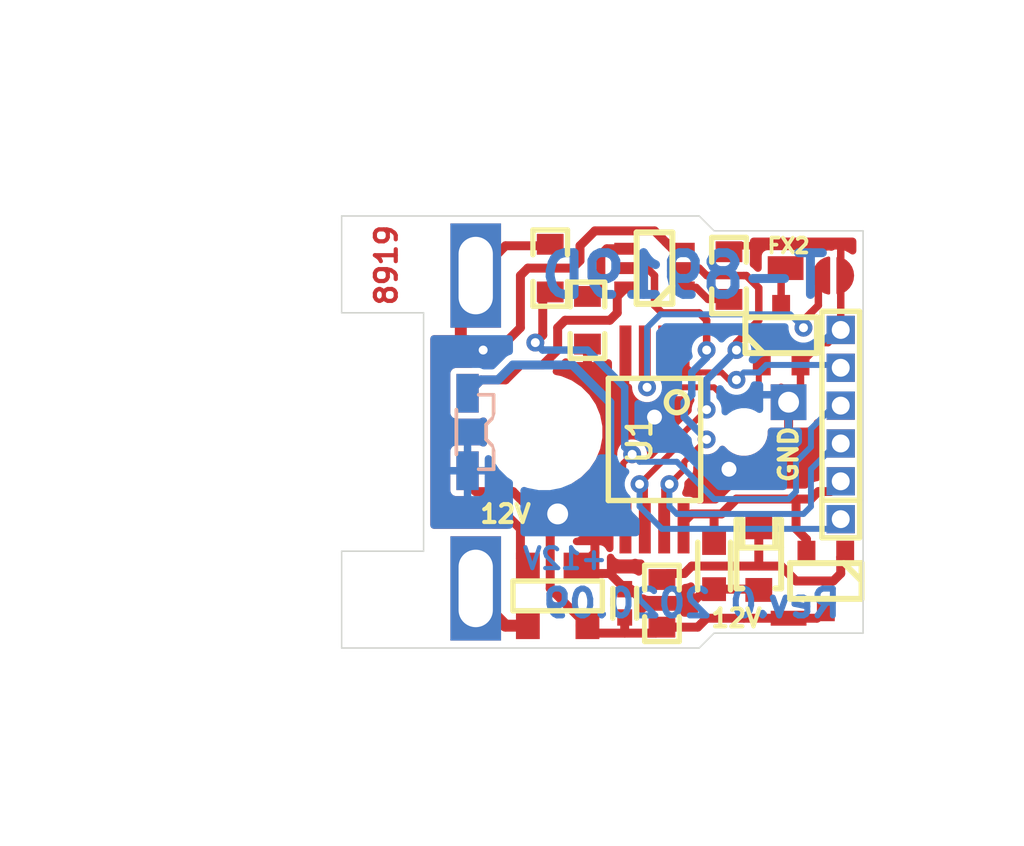
<source format=kicad_pcb>
(kicad_pcb (version 20171130) (host pcbnew "(5.1.6)-1")

  (general
    (thickness 0.6)
    (drawings 29)
    (tracks 305)
    (zones 0)
    (modules 24)
    (nets 18)
  )

  (page A4)
  (layers
    (0 F.Cu signal)
    (31 B.Cu signal)
    (32 B.Adhes user)
    (33 F.Adhes user)
    (34 B.Paste user)
    (35 F.Paste user)
    (36 B.SilkS user)
    (37 F.SilkS user)
    (38 B.Mask user)
    (39 F.Mask user)
    (40 Dwgs.User user)
    (41 Cmts.User user)
    (42 Eco1.User user)
    (43 Eco2.User user)
    (44 Edge.Cuts user)
    (45 Margin user)
    (46 B.CrtYd user)
    (47 F.CrtYd user)
    (48 B.Fab user)
    (49 F.Fab user)
  )

  (setup
    (last_trace_width 0.25)
    (user_trace_width 0.2)
    (user_trace_width 0.25)
    (user_trace_width 0.3)
    (user_trace_width 0.4)
    (user_trace_width 0.5)
    (trace_clearance 0.2)
    (zone_clearance 0.2)
    (zone_45_only no)
    (trace_min 0.2)
    (via_size 0.8)
    (via_drill 0.4)
    (via_min_size 0.4)
    (via_min_drill 0.3)
    (user_via 0.6 0.3)
    (user_via 0.8 0.4)
    (user_via 1 0.5)
    (uvia_size 0.3)
    (uvia_drill 0.1)
    (uvias_allowed no)
    (uvia_min_size 0.2)
    (uvia_min_drill 0.1)
    (edge_width 0.05)
    (segment_width 0.2)
    (pcb_text_width 0.3)
    (pcb_text_size 1.5 1.5)
    (mod_edge_width 0.12)
    (mod_text_size 1 1)
    (mod_text_width 0.15)
    (pad_size 1.2 1.2)
    (pad_drill 0.7)
    (pad_to_mask_clearance 0.05)
    (aux_axis_origin 0 0)
    (visible_elements 7FFFFFFF)
    (pcbplotparams
      (layerselection 0x010fc_ffffffff)
      (usegerberextensions false)
      (usegerberattributes true)
      (usegerberadvancedattributes true)
      (creategerberjobfile true)
      (excludeedgelayer true)
      (linewidth 0.100000)
      (plotframeref false)
      (viasonmask false)
      (mode 1)
      (useauxorigin false)
      (hpglpennumber 1)
      (hpglpenspeed 20)
      (hpglpendiameter 15.000000)
      (psnegative false)
      (psa4output false)
      (plotreference true)
      (plotvalue true)
      (plotinvisibletext false)
      (padsonsilk false)
      (subtractmaskfromsilk false)
      (outputformat 1)
      (mirror false)
      (drillshape 1)
      (scaleselection 1)
      (outputdirectory ""))
  )

  (net 0 "")
  (net 1 +12V)
  (net 2 GND)
  (net 3 +5V)
  (net 4 RAIL+)
  (net 5 RAIL-)
  (net 6 "Net-(D2-Pad1)")
  (net 7 "Net-(D3-Pad1)")
  (net 8 "Net-(D4-Pad1)")
  (net 9 Func1_For)
  (net 10 Func1_Rev)
  (net 11 MOSI)
  (net 12 RESET)
  (net 13 FX2)
  (net 14 DIR_JP)
  (net 15 "Net-(Q2-Pad1)")
  (net 16 "Net-(Q2-Pad4)")
  (net 17 Func2)

  (net_class Default "This is the default net class."
    (clearance 0.2)
    (trace_width 0.25)
    (via_dia 0.8)
    (via_drill 0.4)
    (uvia_dia 0.3)
    (uvia_drill 0.1)
    (add_net +12V)
    (add_net +5V)
    (add_net DIR_JP)
    (add_net FX2)
    (add_net Func1_For)
    (add_net Func1_Rev)
    (add_net Func2)
    (add_net GND)
    (add_net MOSI)
    (add_net "Net-(D2-Pad1)")
    (add_net "Net-(D3-Pad1)")
    (add_net "Net-(D4-Pad1)")
    (add_net "Net-(Q2-Pad1)")
    (add_net "Net-(Q2-Pad4)")
    (add_net RAIL+)
    (add_net RAIL-)
    (add_net RESET)
  )

  (module footprint:PAD_PROG_6PIN_HOLE0.6 (layer F.Cu) (tedit 5F69E002) (tstamp 5F55021E)
    (at 126 62.75 90)
    (path /5F56BD16)
    (fp_text reference J1 (at 0 1.5 90) (layer F.SilkS) hide
      (effects (font (size 0.8 0.8) (thickness 0.14)))
    )
    (fp_text value PROG (at 0 -1.5 90) (layer F.Fab) hide
      (effects (font (size 0.8 0.8) (thickness 0.14)))
    )
    (fp_line (start -3.8 -0.63) (end -3.8 0.63) (layer F.SilkS) (width 0.18))
    (fp_line (start 3.8 0.63) (end -3.8 0.63) (layer F.SilkS) (width 0.18))
    (fp_line (start 3.8 -0.63) (end 3.8 0.63) (layer F.SilkS) (width 0.18))
    (fp_line (start -3.8 -0.63) (end 3.8 -0.63) (layer F.SilkS) (width 0.18))
    (fp_line (start -2.54 -0.63) (end -2.54 0.63) (layer F.SilkS) (width 0.18))
    (pad 6 thru_hole rect (at 3.175 0 90) (size 0.95 0.95) (drill 0.6) (layers *.Cu *.Mask)
      (net 2 GND))
    (pad 5 thru_hole rect (at 1.905 0 90) (size 0.95 0.95) (drill 0.6) (layers *.Cu *.Mask)
      (net 12 RESET))
    (pad 4 thru_hole rect (at 0.635 0 90) (size 0.95 0.95) (drill 0.6) (layers *.Cu *.Mask)
      (net 11 MOSI))
    (pad 3 thru_hole rect (at -0.635 0 90) (size 0.95 0.95) (drill 0.6) (layers *.Cu *.Mask)
      (net 10 Func1_Rev))
    (pad 2 thru_hole rect (at -1.905 0 90) (size 0.95 0.95) (drill 0.6) (layers *.Cu *.Mask)
      (net 3 +5V))
    (pad 1 thru_hole rect (at -3.175 0 90) (size 0.95 0.95) (drill 0.6) (layers *.Cu *.Mask)
      (net 9 Func1_For))
  )

  (module footprint:HOLE_1.2mm (layer F.Cu) (tedit 5F560655) (tstamp 5F5607B9)
    (at 122.75 63)
    (fp_text reference H** (at 0 0.5) (layer F.SilkS) hide
      (effects (font (size 0.7 0.7) (thickness 0.14)))
    )
    (fp_text value HOLE_1.2mm (at 0 -0.5) (layer F.Fab) hide
      (effects (font (size 0.7 0.7) (thickness 0.14)))
    )
    (pad "" np_thru_hole circle (at 0 0) (size 1.2 1.2) (drill 1.2) (layers *.Cu *.Mask))
  )

  (module footprint:HOLE_3.5mm (layer F.Cu) (tedit 5F5501EA) (tstamp 5F5506C0)
    (at 116.05 63)
    (fp_text reference H** (at 0 2.54) (layer F.SilkS) hide
      (effects (font (size 0.7 0.7) (thickness 0.14)))
    )
    (fp_text value HOLE_3.5mm (at 0 -2.54) (layer F.Fab)
      (effects (font (size 0.7 0.7) (thickness 0.14)))
    )
    (pad "" np_thru_hole circle (at 0 0) (size 3.5 3.5) (drill 3.5) (layers *.Cu *.Mask))
  )

  (module footprint:C_1005 (layer F.Cu) (tedit 5F54F243) (tstamp 5F5501D1)
    (at 118.75 68.75 90)
    (path /5F550A90)
    (attr smd)
    (fp_text reference C1 (at 1.5 0 180) (layer F.SilkS) hide
      (effects (font (size 0.8 0.8) (thickness 0.14)))
    )
    (fp_text value 104 (at 0 -1.1 90) (layer F.Fab) hide
      (effects (font (size 0.8 0.8) (thickness 0.14)))
    )
    (fp_line (start 0.5 0.4) (end -0.5 0.4) (layer F.SilkS) (width 0.18))
    (fp_line (start -0.5 -0.4) (end 0.5 -0.4) (layer F.SilkS) (width 0.18))
    (pad 1 smd rect (at -0.475 0 90) (size 0.55 0.5) (layers F.Cu F.Paste F.Mask)
      (net 1 +12V) (solder_mask_margin 0.1))
    (pad 2 smd rect (at 0.475 0 90) (size 0.55 0.5) (layers F.Cu F.Paste F.Mask)
      (net 2 GND) (solder_mask_margin 0.1))
    (model ${KISYS3DMOD}/Capacitor_SMD.3dshapes/C_0402_1005Metric.step
      (at (xyz 0 0 0))
      (scale (xyz 1 1 1))
      (rotate (xyz 0 0 0))
    )
  )

  (module footprint:C_1608 (layer F.Cu) (tedit 5F54F25B) (tstamp 5F550C6D)
    (at 121.75 67.5 270)
    (path /5F54FB8D)
    (attr smd)
    (fp_text reference C2 (at 0 1.25 90) (layer F.SilkS) hide
      (effects (font (size 0.8 0.8) (thickness 0.14)))
    )
    (fp_text value 226 (at 0 -1.25 90) (layer F.Fab) hide
      (effects (font (size 0.8 0.8) (thickness 0.14)))
    )
    (fp_line (start 0.8 0.55) (end -0.8 0.55) (layer F.SilkS) (width 0.18))
    (fp_line (start -0.8 -0.55) (end 0.8 -0.55) (layer F.SilkS) (width 0.18))
    (pad 1 smd rect (at -0.775 0 270) (size 0.8 0.8) (layers F.Cu F.Paste F.Mask)
      (net 3 +5V))
    (pad 2 smd rect (at 0.775 0 270) (size 0.8 0.8) (layers F.Cu F.Paste F.Mask)
      (net 2 GND))
    (model ${KISYS3DMOD}/Capacitor_SMD.3dshapes/C_0603_1608Metric.step
      (at (xyz 0 0 0))
      (scale (xyz 1 1 1))
      (rotate (xyz 0 0 0))
    )
  )

  (module footprint:SOT-143 (layer F.Cu) (tedit 5F54F364) (tstamp 5F5501E5)
    (at 116.5 68.5 180)
    (path /5F54DAFA)
    (fp_text reference D1 (at 1 2.25 180) (layer F.SilkS) hide
      (effects (font (size 0.8 0.8) (thickness 0.14)))
    )
    (fp_text value BAS3007 (at 2.25 0 90) (layer F.Fab)
      (effects (font (size 0.8 0.8) (thickness 0.14)))
    )
    (fp_line (start 1.5 -0.5) (end 1.5 0.5) (layer F.SilkS) (width 0.18))
    (fp_line (start -1.5 -0.5) (end 1.5 -0.5) (layer F.SilkS) (width 0.18))
    (fp_line (start 1.5 0.5) (end -1.5 0.5) (layer F.SilkS) (width 0.18))
    (fp_line (start -1.5 -0.5) (end -1.5 0.5) (layer F.SilkS) (width 0.18))
    (pad 1 smd rect (at -0.8 1 180) (size 1.2 0.9) (layers F.Cu F.Paste F.Mask)
      (net 2 GND))
    (pad 2 smd rect (at 1 1 180) (size 0.8 0.9) (layers F.Cu F.Paste F.Mask)
      (net 4 RAIL+))
    (pad 3 smd rect (at 1 -1 180) (size 0.8 0.9) (layers F.Cu F.Paste F.Mask)
      (net 5 RAIL-))
    (pad 4 smd rect (at -1 -1 180) (size 0.8 0.9) (layers F.Cu F.Paste F.Mask)
      (net 1 +12V))
    (model ${KISYS3DMOD}/Package_TO_SOT_SMD.3dshapes/SOT-143.step
      (at (xyz 0 0 0))
      (scale (xyz 1 1 1))
      (rotate (xyz 0 0 -90))
    )
  )

  (module footprint:UMD2 (layer F.Cu) (tedit 5F54F3EA) (tstamp 5F561417)
    (at 123.25 67.25 90)
    (path /5F551EA8)
    (attr smd)
    (fp_text reference D2 (at 0 -1.5 90) (layer F.SilkS) hide
      (effects (font (size 0.8 0.8) (thickness 0.14)))
    )
    (fp_text value 5.1V (at 0 -1.5 90) (layer F.SilkS) hide
      (effects (font (size 0.8 0.8) (thickness 0.14)))
    )
    (fp_line (start 0.37 0.55) (end 1.3 0.55) (layer F.SilkS) (width 0.2))
    (fp_line (start 0.37 -0.55) (end 1.3 -0.55) (layer F.SilkS) (width 0.2))
    (fp_line (start 0.37 -0.75) (end 0.37 0.75) (layer F.SilkS) (width 0.2))
    (fp_line (start -1 0.55) (end -1 0.75) (layer F.SilkS) (width 0.2))
    (fp_line (start -1 0.75) (end 1.3 0.75) (layer F.SilkS) (width 0.2))
    (fp_line (start 1.3 0.75) (end 1.3 0.55) (layer F.SilkS) (width 0.2))
    (fp_line (start -1 -0.55) (end -1 -0.75) (layer F.SilkS) (width 0.2))
    (fp_line (start -1 -0.75) (end 1.3 -0.75) (layer F.SilkS) (width 0.2))
    (fp_line (start 1.3 -0.75) (end 1.3 -0.55) (layer F.SilkS) (width 0.2))
    (pad 2 smd rect (at -1.05 0 90) (size 0.8 0.9) (layers F.Cu F.Paste F.Mask)
      (net 2 GND))
    (pad 1 smd rect (at 1.05 0 90) (size 0.8 0.9) (layers F.Cu F.Paste F.Mask)
      (net 6 "Net-(D2-Pad1)"))
    (model Diodes_SMD.3dshapes/SOD-323.wrl
      (at (xyz 0 0 0))
      (scale (xyz 1 1 1))
      (rotate (xyz 0 0 0))
    )
    (model Diodes_SMD.3dshapes/D_SOD-323.wrl
      (at (xyz 0 0 0))
      (scale (xyz 1 1 1))
      (rotate (xyz 0 0 0))
    )
    (model ${KISYS3DMOD}/Diode_SMD.3dshapes/D_SOD-323.wrl
      (at (xyz 0 0 0))
      (scale (xyz 1 1 1))
      (rotate (xyz 0 0 180))
    )
  )

  (module footprint:LED_1224_SIDE (layer F.Cu) (tedit 5F54F75A) (tstamp 5F550202)
    (at 113.1 63 270)
    (path /5F56169F)
    (fp_text reference D3 (at 0 0.5 90) (layer F.SilkS) hide
      (effects (font (size 0.7 0.7) (thickness 0.14)))
    )
    (fp_text value LED (at 0 -2.75 90) (layer F.Fab)
      (effects (font (size 0.7 0.7) (thickness 0.14)))
    )
    (fp_line (start 0.5 -1.25) (end 1.25 -1.25) (layer F.SilkS) (width 0.12))
    (fp_line (start 0.25 -1) (end 0.5 -1.25) (layer F.SilkS) (width 0.12))
    (fp_line (start -0.25 -1) (end 0.25 -1) (layer F.SilkS) (width 0.12))
    (fp_line (start -0.5 -1.25) (end -0.25 -1) (layer F.SilkS) (width 0.12))
    (fp_line (start -1.25 -1.25) (end -0.5 -1.25) (layer F.SilkS) (width 0.12))
    (fp_line (start -1.25 -1.25) (end -1.25 -0.75) (layer F.SilkS) (width 0.12))
    (fp_line (start 1.25 -1.25) (end 1.25 -0.75) (layer F.SilkS) (width 0.12))
    (fp_line (start -0.75 0) (end 0.75 0) (layer F.SilkS) (width 0.12))
    (pad 1 smd rect (at -1.3 -0.375 270) (size 1.3 0.75) (layers F.Cu F.Paste F.Mask)
      (net 7 "Net-(D3-Pad1)") (zone_connect 0))
    (pad 2 smd rect (at 1.3 -0.375 270) (size 1.3 0.75) (layers F.Cu F.Paste F.Mask)
      (net 1 +12V) (zone_connect 0))
  )

  (module footprint:LED_1224_SIDE (layer B.Cu) (tedit 5F54F75A) (tstamp 5F550210)
    (at 113.1 63 90)
    (path /5F562055)
    (fp_text reference D4 (at 0 -0.5 90) (layer B.SilkS) hide
      (effects (font (size 0.7 0.7) (thickness 0.14)) (justify mirror))
    )
    (fp_text value LED (at 0 2.75 90) (layer B.Fab)
      (effects (font (size 0.7 0.7) (thickness 0.14)) (justify mirror))
    )
    (fp_line (start -0.75 0) (end 0.75 0) (layer B.SilkS) (width 0.12))
    (fp_line (start 1.25 1.25) (end 1.25 0.75) (layer B.SilkS) (width 0.12))
    (fp_line (start -1.25 1.25) (end -1.25 0.75) (layer B.SilkS) (width 0.12))
    (fp_line (start -1.25 1.25) (end -0.5 1.25) (layer B.SilkS) (width 0.12))
    (fp_line (start -0.5 1.25) (end -0.25 1) (layer B.SilkS) (width 0.12))
    (fp_line (start -0.25 1) (end 0.25 1) (layer B.SilkS) (width 0.12))
    (fp_line (start 0.25 1) (end 0.5 1.25) (layer B.SilkS) (width 0.12))
    (fp_line (start 0.5 1.25) (end 1.25 1.25) (layer B.SilkS) (width 0.12))
    (pad 2 smd rect (at 1.3 0.375 90) (size 1.3 0.75) (layers B.Cu B.Paste B.Mask)
      (net 1 +12V) (zone_connect 0))
    (pad 1 smd rect (at -1.3 0.375 90) (size 1.3 0.75) (layers B.Cu B.Paste B.Mask)
      (net 8 "Net-(D4-Pad1)") (zone_connect 0))
  )

  (module footprint:TOMIX_CONTACT_HOLE (layer F.Cu) (tedit 5F54F8A1) (tstamp 5F550223)
    (at 113.75 57.75 90)
    (path /5F5B4852)
    (fp_text reference J2 (at 0 1.5 90) (layer F.SilkS) hide
      (effects (font (size 0.7 0.7) (thickness 0.14)))
    )
    (fp_text value RAIL (at 0 -1.5 90) (layer F.Fab)
      (effects (font (size 0.7 0.7) (thickness 0.14)))
    )
    (pad 1 thru_hole rect (at 0 0 90) (size 3.5 1.7) (drill oval 2.6 1.15) (layers *.Cu *.Mask)
      (net 4 RAIL+) (zone_connect 0))
  )

  (module footprint:TOMIX_CONTACT_HOLE (layer F.Cu) (tedit 5F54F8A1) (tstamp 5F550228)
    (at 113.75 68.25 90)
    (path /5F5BD20F)
    (fp_text reference J3 (at 0 1.5 90) (layer F.SilkS) hide
      (effects (font (size 0.7 0.7) (thickness 0.14)))
    )
    (fp_text value RAIL (at 0 -1.5 90) (layer F.Fab)
      (effects (font (size 0.7 0.7) (thickness 0.14)))
    )
    (pad 1 thru_hole rect (at 0 0 90) (size 3.5 1.7) (drill oval 2.6 1.15) (layers *.Cu *.Mask)
      (net 5 RAIL-) (zone_connect 0))
  )

  (module footprint:PAD_1.2x1.2_Hole0.7 (layer F.Cu) (tedit 588CB2FA) (tstamp 5F5517D2)
    (at 116.5 65.75)
    (path /5F599CD7)
    (fp_text reference PAD1 (at 0 1.5) (layer F.SilkS) hide
      (effects (font (size 0.8 0.8) (thickness 0.14)))
    )
    (fp_text value 12V (at 0 -1.5) (layer F.Fab) hide
      (effects (font (size 1 1) (thickness 0.15)))
    )
    (pad 1 thru_hole rect (at 0 0) (size 1.2 1.2) (drill 0.7) (layers *.Cu *.Mask)
      (net 1 +12V))
  )

  (module footprint:PAD_1.2x1.2_Hole0.7 (layer F.Cu) (tedit 588CB2FA) (tstamp 5F56316E)
    (at 124.25 62)
    (path /5F59A9EC)
    (fp_text reference PAD2 (at 0 1.5) (layer F.SilkS) hide
      (effects (font (size 0.8 0.8) (thickness 0.14)))
    )
    (fp_text value GND (at 0 -1.5) (layer F.Fab) hide
      (effects (font (size 1 1) (thickness 0.15)))
    )
    (pad 1 thru_hole rect (at 0 0) (size 1.2 1.2) (drill 0.7) (layers *.Cu *.Mask)
      (net 2 GND))
  )

  (module footprint:SOLDER_CONN_PAD_1.5mm (layer F.Cu) (tedit 5F54FD19) (tstamp 5F550242)
    (at 125.75 57.75 90)
    (path /5F560A3C)
    (fp_text reference PAD5 (at 0 1.25 270) (layer F.SilkS) hide
      (effects (font (size 0.7 0.7) (thickness 0.14)))
    )
    (fp_text value DIR (at 0 -1.25 90) (layer F.Fab)
      (effects (font (size 0.7 0.7) (thickness 0.14)))
    )
    (pad 1 smd custom (at 0 -0.35 90) (size 0.3 0.3) (layers F.Cu F.Paste F.Mask)
      (net 14 DIR_JP) (zone_connect 0)
      (options (clearance outline) (anchor rect))
      (primitives
        (gr_arc (start 0 0.3) (end -0.590884 0.195812) (angle 160) (width 0.1))
        (gr_line (start -0.590884 0.195812) (end 0.590884 0.195812) (width 0.1))
        (gr_line (start -0.4 0.07) (end 0.4 0.07) (width 0.3))
        (gr_line (start -0.26 -0.11) (end 0.26 -0.11) (width 0.3))
      ))
    (pad 2 smd custom (at 0 0.35 270) (size 0.3 0.3) (layers F.Cu F.Paste F.Mask)
      (net 2 GND) (zone_connect 0)
      (options (clearance outline) (anchor rect))
      (primitives
        (gr_arc (start 0 0.3) (end -0.590884 0.195812) (angle 160) (width 0.1))
        (gr_line (start -0.590884 0.195812) (end 0.590884 0.195812) (width 0.1))
        (gr_line (start -0.4 0.07) (end 0.4 0.07) (width 0.3))
        (gr_line (start -0.26 -0.11) (end 0.26 -0.11) (width 0.3))
      ))
  )

  (module footprint:SC-70 (layer F.Cu) (tedit 5D10EE32) (tstamp 5F55024E)
    (at 125.5 68 180)
    (path /5F55462B)
    (attr smd)
    (fp_text reference Q1 (at 2 0 90) (layer F.SilkS) hide
      (effects (font (size 0.8 0.8) (thickness 0.15)))
    )
    (fp_text value 2SC4116 (at 0 -2) (layer F.Fab) hide
      (effects (font (size 0.7 0.7) (thickness 0.15)))
    )
    (fp_line (start 1.2 -0.6) (end 1.2 0.6) (layer F.SilkS) (width 0.2))
    (fp_line (start -1.2 -0.6) (end -1.2 0.6) (layer F.SilkS) (width 0.2))
    (fp_line (start 1.2 -0.6) (end -1.2 -0.6) (layer F.SilkS) (width 0.2))
    (fp_line (start -1.2 0.6) (end 1.2 0.6) (layer F.SilkS) (width 0.2))
    (fp_line (start -1.2 0) (end -0.6 0.6) (layer F.SilkS) (width 0.2))
    (pad 1 smd rect (at -0.65 0.95 180) (size 0.6 0.8) (layers F.Cu F.Paste F.Mask)
      (net 6 "Net-(D2-Pad1)"))
    (pad 2 smd rect (at 0.65 0.95 180) (size 0.6 0.8) (layers F.Cu F.Paste F.Mask)
      (net 3 +5V))
    (pad 3 smd rect (at 0 -0.95 180) (size 0.6 0.8) (layers F.Cu F.Paste F.Mask)
      (net 1 +12V))
    (model ${KISYS3DMOD}/Package_TO_SOT_SMD.3dshapes/SOT-323_SC-70.step
      (at (xyz 0 0 0))
      (scale (xyz 1 1 1))
      (rotate (xyz 0 0 -90))
    )
  )

  (module footprint:SOT-363-nomark (layer F.Cu) (tedit 5C6F6D41) (tstamp 5F55025D)
    (at 119.75 57.5 90)
    (path /5F552F5A)
    (attr smd)
    (fp_text reference Q2 (at 2 0) (layer F.SilkS) hide
      (effects (font (size 0.7 0.7) (thickness 0.14)))
    )
    (fp_text value 2N7002DW (at 0 -2 90) (layer F.Fab) hide
      (effects (font (size 0.7 0.7) (thickness 0.15)))
    )
    (fp_line (start 1.2 -0.6) (end 1.2 0.6) (layer F.SilkS) (width 0.2))
    (fp_line (start -1.2 -0.6) (end -1.2 0.6) (layer F.SilkS) (width 0.2))
    (fp_line (start 1.2 -0.6) (end -1.2 -0.6) (layer F.SilkS) (width 0.2))
    (fp_line (start -1.2 0.6) (end 1.2 0.6) (layer F.SilkS) (width 0.2))
    (fp_line (start -1.2 0) (end -0.6 0.6) (layer F.SilkS) (width 0.2))
    (pad 1 smd rect (at -0.65 0.95 90) (size 0.4 0.8) (layers F.Cu F.Paste F.Mask)
      (net 15 "Net-(Q2-Pad1)"))
    (pad 2 smd rect (at 0 0.95 90) (size 0.4 0.8) (layers F.Cu F.Paste F.Mask)
      (net 9 Func1_For))
    (pad 3 smd rect (at 0.65 0.95 90) (size 0.4 0.8) (layers F.Cu F.Paste F.Mask)
      (net 8 "Net-(D4-Pad1)"))
    (pad 4 smd rect (at 0.65 -0.95 90) (size 0.4 0.8) (layers F.Cu F.Paste F.Mask)
      (net 16 "Net-(Q2-Pad4)"))
    (pad 5 smd rect (at 0 -0.95 90) (size 0.4 0.8) (layers F.Cu F.Paste F.Mask)
      (net 10 Func1_Rev))
    (pad 6 smd rect (at -0.65 -0.95 90) (size 0.4 0.8) (layers F.Cu F.Paste F.Mask)
      (net 7 "Net-(D3-Pad1)"))
    (model TO_SOT_Packages_SMD.3dshapes/SC-70-6.wrl
      (at (xyz 0 0 0))
      (scale (xyz 1 1 1))
      (rotate (xyz 0 0 0))
    )
    (model ${KISYS3DMOD}/Package_TO_SOT_SMD.3dshapes/SOT-363_SC-70-6.step
      (at (xyz 0 0 0))
      (scale (xyz 1 1 1))
      (rotate (xyz 0 0 90))
    )
  )

  (module footprint:SC-70 (layer F.Cu) (tedit 5D10EE32) (tstamp 5F550269)
    (at 124 59.75)
    (path /5F59108C)
    (attr smd)
    (fp_text reference Q3 (at 2 0 90) (layer F.SilkS) hide
      (effects (font (size 0.8 0.8) (thickness 0.15)))
    )
    (fp_text value SSM3K7002BFU (at 0 -2) (layer F.Fab) hide
      (effects (font (size 0.7 0.7) (thickness 0.15)))
    )
    (fp_line (start -1.2 0) (end -0.6 0.6) (layer F.SilkS) (width 0.2))
    (fp_line (start -1.2 0.6) (end 1.2 0.6) (layer F.SilkS) (width 0.2))
    (fp_line (start 1.2 -0.6) (end -1.2 -0.6) (layer F.SilkS) (width 0.2))
    (fp_line (start -1.2 -0.6) (end -1.2 0.6) (layer F.SilkS) (width 0.2))
    (fp_line (start 1.2 -0.6) (end 1.2 0.6) (layer F.SilkS) (width 0.2))
    (pad 3 smd rect (at 0 -0.95) (size 0.6 0.8) (layers F.Cu F.Paste F.Mask)
      (net 13 FX2))
    (pad 2 smd rect (at 0.65 0.95) (size 0.6 0.8) (layers F.Cu F.Paste F.Mask)
      (net 2 GND))
    (pad 1 smd rect (at -0.65 0.95) (size 0.6 0.8) (layers F.Cu F.Paste F.Mask)
      (net 17 Func2))
    (model ${KISYS3DMOD}/Package_TO_SOT_SMD.3dshapes/SOT-323_SC-70.step
      (at (xyz 0 0 0))
      (scale (xyz 1 1 1))
      (rotate (xyz 0 0 -90))
    )
  )

  (module footprint:R_1608 (layer F.Cu) (tedit 5F54F298) (tstamp 5F550C50)
    (at 120 68.75 90)
    (path /5F552B2A)
    (attr smd)
    (fp_text reference R1 (at 0 1.28 90) (layer F.SilkS) hide
      (effects (font (size 0.8 0.8) (thickness 0.14)))
    )
    (fp_text value 103 (at 0.05 -1.25 90) (layer F.Fab) hide
      (effects (font (size 0.8 0.8) (thickness 0.14)))
    )
    (fp_line (start 1.28 0.58) (end 0.45 0.58) (layer F.SilkS) (width 0.18))
    (fp_line (start 1.28 -0.58) (end 1.28 0.58) (layer F.SilkS) (width 0.18))
    (fp_line (start 0.45 -0.58) (end 1.28 -0.58) (layer F.SilkS) (width 0.18))
    (fp_line (start -1.28 0.58) (end -0.45 0.58) (layer F.SilkS) (width 0.18))
    (fp_line (start -1.28 -0.58) (end -1.28 0.58) (layer F.SilkS) (width 0.18))
    (fp_line (start -0.45 -0.58) (end -1.28 -0.58) (layer F.SilkS) (width 0.18))
    (pad 2 smd rect (at 0.8 0 90) (size 0.7 0.9) (layers F.Cu F.Paste F.Mask)
      (net 6 "Net-(D2-Pad1)"))
    (pad 1 smd rect (at -0.8 0 90) (size 0.7 0.9) (layers F.Cu F.Paste F.Mask)
      (net 1 +12V))
    (model Resistors_SMD.3dshapes/R_0603.wrl
      (at (xyz 0 0 0))
      (scale (xyz 1 1 1))
      (rotate (xyz 0 0 0))
    )
    (model ${KISYS3DMOD}/Resistor_SMD.3dshapes/R_0603_1608Metric.step
      (at (xyz 0 0 0))
      (scale (xyz 1 1 1))
      (rotate (xyz 0 0 0))
    )
  )

  (module footprint:R_1608 (layer F.Cu) (tedit 5F54F298) (tstamp 5F550281)
    (at 122.25 57.75 90)
    (path /5F55CF62)
    (attr smd)
    (fp_text reference R2 (at 0 1.28 90) (layer F.SilkS) hide
      (effects (font (size 0.8 0.8) (thickness 0.14)))
    )
    (fp_text value 102 (at 0.05 -1.25 90) (layer F.Fab) hide
      (effects (font (size 0.8 0.8) (thickness 0.14)))
    )
    (fp_line (start 1.28 0.58) (end 0.45 0.58) (layer F.SilkS) (width 0.18))
    (fp_line (start 1.28 -0.58) (end 1.28 0.58) (layer F.SilkS) (width 0.18))
    (fp_line (start 0.45 -0.58) (end 1.28 -0.58) (layer F.SilkS) (width 0.18))
    (fp_line (start -1.28 0.58) (end -0.45 0.58) (layer F.SilkS) (width 0.18))
    (fp_line (start -1.28 -0.58) (end -1.28 0.58) (layer F.SilkS) (width 0.18))
    (fp_line (start -0.45 -0.58) (end -1.28 -0.58) (layer F.SilkS) (width 0.18))
    (pad 2 smd rect (at 0.8 0 90) (size 0.7 0.9) (layers F.Cu F.Paste F.Mask)
      (net 2 GND))
    (pad 1 smd rect (at -0.8 0 90) (size 0.7 0.9) (layers F.Cu F.Paste F.Mask)
      (net 15 "Net-(Q2-Pad1)"))
    (model Resistors_SMD.3dshapes/R_0603.wrl
      (at (xyz 0 0 0))
      (scale (xyz 1 1 1))
      (rotate (xyz 0 0 0))
    )
    (model ${KISYS3DMOD}/Resistor_SMD.3dshapes/R_0603_1608Metric.step
      (at (xyz 0 0 0))
      (scale (xyz 1 1 1))
      (rotate (xyz 0 0 0))
    )
  )

  (module footprint:R_1608 (layer F.Cu) (tedit 5F54F298) (tstamp 5F561CC9)
    (at 117.5 59.25 270)
    (path /5F55BC5C)
    (attr smd)
    (fp_text reference R3 (at 0 1.28 90) (layer F.SilkS) hide
      (effects (font (size 0.8 0.8) (thickness 0.14)))
    )
    (fp_text value 102 (at 0.05 -1.25 90) (layer F.Fab) hide
      (effects (font (size 0.8 0.8) (thickness 0.14)))
    )
    (fp_line (start -0.45 -0.58) (end -1.28 -0.58) (layer F.SilkS) (width 0.18))
    (fp_line (start -1.28 -0.58) (end -1.28 0.58) (layer F.SilkS) (width 0.18))
    (fp_line (start -1.28 0.58) (end -0.45 0.58) (layer F.SilkS) (width 0.18))
    (fp_line (start 0.45 -0.58) (end 1.28 -0.58) (layer F.SilkS) (width 0.18))
    (fp_line (start 1.28 -0.58) (end 1.28 0.58) (layer F.SilkS) (width 0.18))
    (fp_line (start 1.28 0.58) (end 0.45 0.58) (layer F.SilkS) (width 0.18))
    (pad 1 smd rect (at -0.8 0 270) (size 0.7 0.9) (layers F.Cu F.Paste F.Mask)
      (net 16 "Net-(Q2-Pad4)"))
    (pad 2 smd rect (at 0.8 0 270) (size 0.7 0.9) (layers F.Cu F.Paste F.Mask)
      (net 2 GND))
    (model Resistors_SMD.3dshapes/R_0603.wrl
      (at (xyz 0 0 0))
      (scale (xyz 1 1 1))
      (rotate (xyz 0 0 0))
    )
    (model ${KISYS3DMOD}/Resistor_SMD.3dshapes/R_0603_1608Metric.step
      (at (xyz 0 0 0))
      (scale (xyz 1 1 1))
      (rotate (xyz 0 0 0))
    )
  )

  (module footprint:R_1608 (layer F.Cu) (tedit 5F54F298) (tstamp 5F550299)
    (at 116.25 57.5 270)
    (path /5F57395F)
    (attr smd)
    (fp_text reference R4 (at 0 -1.25 90) (layer F.SilkS) hide
      (effects (font (size 0.8 0.8) (thickness 0.14)))
    )
    (fp_text value 104 (at 0.05 -1.25 90) (layer F.Fab) hide
      (effects (font (size 0.8 0.8) (thickness 0.14)))
    )
    (fp_line (start -0.45 -0.58) (end -1.28 -0.58) (layer F.SilkS) (width 0.18))
    (fp_line (start -1.28 -0.58) (end -1.28 0.58) (layer F.SilkS) (width 0.18))
    (fp_line (start -1.28 0.58) (end -0.45 0.58) (layer F.SilkS) (width 0.18))
    (fp_line (start 0.45 -0.58) (end 1.28 -0.58) (layer F.SilkS) (width 0.18))
    (fp_line (start 1.28 -0.58) (end 1.28 0.58) (layer F.SilkS) (width 0.18))
    (fp_line (start 1.28 0.58) (end 0.45 0.58) (layer F.SilkS) (width 0.18))
    (pad 1 smd rect (at -0.8 0 270) (size 0.7 0.9) (layers F.Cu F.Paste F.Mask)
      (net 4 RAIL+))
    (pad 2 smd rect (at 0.8 0 270) (size 0.7 0.9) (layers F.Cu F.Paste F.Mask)
      (net 11 MOSI))
    (model Resistors_SMD.3dshapes/R_0603.wrl
      (at (xyz 0 0 0))
      (scale (xyz 1 1 1))
      (rotate (xyz 0 0 0))
    )
    (model ${KISYS3DMOD}/Resistor_SMD.3dshapes/R_0603_1608Metric.step
      (at (xyz 0 0 0))
      (scale (xyz 1 1 1))
      (rotate (xyz 0 0 0))
    )
  )

  (module footprint:TSSOP-8 (layer F.Cu) (tedit 5F54F3B3) (tstamp 5F5608E1)
    (at 119.75 63.25 270)
    (path /5F54F035)
    (fp_text reference U1 (at 0 0.5 90) (layer F.SilkS)
      (effects (font (size 0.8 0.8) (thickness 0.14)))
    )
    (fp_text value ATtiny45-20SU (at 0 2.25 90) (layer F.Fab)
      (effects (font (size 0.8 0.8) (thickness 0.14)))
    )
    (fp_circle (center -1.25 -0.75) (end -1 -0.5) (layer F.SilkS) (width 0.18))
    (fp_line (start -2.05 1.55) (end 2.05 1.55) (layer F.SilkS) (width 0.18))
    (fp_line (start 2.05 -1.55) (end -2.05 -1.55) (layer F.SilkS) (width 0.18))
    (fp_line (start -2.05 -1.55) (end -2.05 1.55) (layer F.SilkS) (width 0.18))
    (fp_line (start 2.05 -1.55) (end 2.05 1.55) (layer F.SilkS) (width 0.18))
    (pad 1 smd rect (at -2.975 -0.975 270) (size 1.7 0.4) (layers F.Cu F.Paste F.Mask)
      (net 12 RESET))
    (pad 2 smd rect (at -2.975 -0.325 270) (size 1.7 0.4) (layers F.Cu F.Paste F.Mask)
      (net 17 Func2))
    (pad 3 smd rect (at -2.975 0.325 270) (size 1.7 0.4) (layers F.Cu F.Paste F.Mask)
      (net 14 DIR_JP))
    (pad 4 smd rect (at -2.975 0.975 270) (size 1.7 0.4) (layers F.Cu F.Paste F.Mask)
      (net 2 GND))
    (pad 5 smd rect (at 2.975 0.975 270) (size 1.7 0.4) (layers F.Cu F.Paste F.Mask)
      (net 11 MOSI))
    (pad 6 smd rect (at 2.975 0.325 270) (size 1.7 0.4) (layers F.Cu F.Paste F.Mask)
      (net 9 Func1_For))
    (pad 7 smd rect (at 2.975 -0.325 270) (size 1.7 0.4) (layers F.Cu F.Paste F.Mask)
      (net 10 Func1_Rev))
    (pad 8 smd rect (at 2.975 -0.975 270) (size 1.7 0.4) (layers F.Cu F.Paste F.Mask)
      (net 3 +5V))
    (model ${KISYS3DMOD}/Package_SO.3dshapes/TSSOP-8_4.4x3mm_P0.65mm.step
      (at (xyz 0 0 0))
      (scale (xyz 1 1 1))
      (rotate (xyz 0 0 0))
    )
  )

  (module footprint:PAD_1.2x0.8_SMD (layer F.Cu) (tedit 5F5637DD) (tstamp 5F563828)
    (at 124.15 57.5 180)
    (path /5F5A04DF)
    (fp_text reference PAD4 (at 0 1) (layer F.SilkS) hide
      (effects (font (size 0.7 0.7) (thickness 0.14)))
    )
    (fp_text value FX2 (at 0 -1) (layer F.Fab)
      (effects (font (size 0.7 0.7) (thickness 0.14)))
    )
    (pad 1 smd rect (at 0 0 180) (size 1.2 0.8) (layers F.Cu F.Mask)
      (net 13 FX2))
  )

  (module footprint:PAD_0.5x1.2_SMD (layer F.Cu) (tedit 5AFCF95B) (tstamp 5F563A24)
    (at 124.25 69.25 90)
    (path /5F59EA7A)
    (fp_text reference PAD3 (at 0 1.25 90) (layer F.SilkS) hide
      (effects (font (size 0.7 0.7) (thickness 0.14)))
    )
    (fp_text value 12V (at 0 -1.25 90) (layer F.Fab) hide
      (effects (font (size 0.7 0.7) (thickness 0.14)))
    )
    (pad 1 smd rect (at 0 0 90) (size 0.5 1.2) (layers F.Cu F.Paste F.Mask)
      (net 1 +12V) (solder_paste_margin_ratio -0.5))
  )

  (gr_text 8919 (at 110.75 57.4 90) (layer F.Cu)
    (effects (font (size 0.7 0.7) (thickness 0.14)))
  )
  (gr_text FX2 (at 124.25 56.75) (layer F.SilkS) (tstamp 5F563FC1)
    (effects (font (size 0.5 0.5) (thickness 0.125)))
  )
  (gr_text 12V (at 122.5 69.25) (layer F.SilkS) (tstamp 5F563FC1)
    (effects (font (size 0.6 0.6) (thickness 0.14)))
  )
  (gr_text 12V (at 114.75 65.75) (layer F.SilkS) (tstamp 5F563EB2)
    (effects (font (size 0.6 0.6) (thickness 0.14)))
  )
  (gr_text GND (at 124.25 63.75 90) (layer F.SilkS)
    (effects (font (size 0.6 0.6) (thickness 0.14)))
  )
  (gr_text +12V (at 116.75 67.25) (layer B.Cu)
    (effects (font (size 0.7 0.7) (thickness 0.14)) (justify mirror))
  )
  (gr_text "Rev.0 2020.09" (at 121 68.75) (layer B.Cu)
    (effects (font (size 0.9 0.9) (thickness 0.2)) (justify mirror))
  )
  (gr_text T-8919D (at 120.75 57.75) (layer B.Cu)
    (effects (font (size 1.4 1.4) (thickness 0.3)) (justify mirror))
  )
  (gr_line (start 121.75 56.25) (end 121.25 55.75) (layer Edge.Cuts) (width 0.05) (tstamp 5F5621D3))
  (gr_line (start 126.75 56.25) (end 121.75 56.25) (layer Edge.Cuts) (width 0.05))
  (gr_line (start 121.75 69.75) (end 121.25 70.25) (layer Edge.Cuts) (width 0.05) (tstamp 5F5621CB))
  (gr_line (start 126.75 69.75) (end 121.75 69.75) (layer Edge.Cuts) (width 0.05))
  (dimension 7.25 (width 0.15) (layer Eco1.User)
    (gr_text "7.250 mm" (at 130.8 66.625 90) (layer Eco1.User)
      (effects (font (size 1 1) (thickness 0.15)))
    )
    (feature1 (pts (xy 128.5 63) (xy 130.086421 63)))
    (feature2 (pts (xy 128.5 70.25) (xy 130.086421 70.25)))
    (crossbar (pts (xy 129.5 70.25) (xy 129.5 63)))
    (arrow1a (pts (xy 129.5 63) (xy 130.086421 64.126504)))
    (arrow1b (pts (xy 129.5 63) (xy 128.913579 64.126504)))
    (arrow2a (pts (xy 129.5 70.25) (xy 130.086421 69.123496)))
    (arrow2b (pts (xy 129.5 70.25) (xy 128.913579 69.123496)))
  )
  (dimension 5 (width 0.15) (layer Eco1.User)
    (gr_text "5.000 mm" (at 124.25 77.55) (layer Eco1.User)
      (effects (font (size 1 1) (thickness 0.15)))
    )
    (feature1 (pts (xy 121.75 75.5) (xy 121.75 76.836421)))
    (feature2 (pts (xy 126.75 75.5) (xy 126.75 76.836421)))
    (crossbar (pts (xy 126.75 76.25) (xy 121.75 76.25)))
    (arrow1a (pts (xy 121.75 76.25) (xy 122.876504 75.663579)))
    (arrow1b (pts (xy 121.75 76.25) (xy 122.876504 76.836421)))
    (arrow2a (pts (xy 126.75 76.25) (xy 125.623496 75.663579)))
    (arrow2b (pts (xy 126.75 76.25) (xy 125.623496 76.836421)))
  )
  (dimension 4.5 (width 0.15) (layer Eco1.User)
    (gr_text "4.500 mm" (at 111.5 52.95) (layer Eco1.User)
      (effects (font (size 1 1) (thickness 0.15)))
    )
    (feature1 (pts (xy 113.75 54.75) (xy 113.75 53.663579)))
    (feature2 (pts (xy 109.25 54.75) (xy 109.25 53.663579)))
    (crossbar (pts (xy 109.25 54.25) (xy 113.75 54.25)))
    (arrow1a (pts (xy 113.75 54.25) (xy 112.623496 54.836421)))
    (arrow1b (pts (xy 113.75 54.25) (xy 112.623496 53.663579)))
    (arrow2a (pts (xy 109.25 54.25) (xy 110.376504 54.836421)))
    (arrow2b (pts (xy 109.25 54.25) (xy 110.376504 53.663579)))
  )
  (gr_line (start 109.25 67) (end 109.25 70.25) (layer Edge.Cuts) (width 0.05) (tstamp 5F54FF68))
  (gr_line (start 112 67) (end 109.25 67) (layer Edge.Cuts) (width 0.05))
  (gr_line (start 112 59) (end 112 67) (layer Edge.Cuts) (width 0.05))
  (gr_line (start 109.25 59) (end 112 59) (layer Edge.Cuts) (width 0.05))
  (gr_line (start 109.25 55.75) (end 109.25 59) (layer Edge.Cuts) (width 0.05))
  (gr_line (start 121.25 55.75) (end 109.25 55.75) (layer Edge.Cuts) (width 0.05))
  (gr_line (start 126.75 69.75) (end 126.75 56.25) (layer Edge.Cuts) (width 0.05))
  (gr_line (start 109.25 70.25) (end 121.25 70.25) (layer Edge.Cuts) (width 0.05))
  (dimension 7 (width 0.15) (layer Eco1.User)
    (gr_text "7.000 mm" (at 112.75 77.55) (layer Eco1.User)
      (effects (font (size 1 1) (thickness 0.15)))
    )
    (feature1 (pts (xy 116.25 75.5) (xy 116.25 76.836421)))
    (feature2 (pts (xy 109.25 75.5) (xy 109.25 76.836421)))
    (crossbar (pts (xy 109.25 76.25) (xy 116.25 76.25)))
    (arrow1a (pts (xy 116.25 76.25) (xy 115.123496 76.836421)))
    (arrow1b (pts (xy 116.25 76.25) (xy 115.123496 75.663579)))
    (arrow2a (pts (xy 109.25 76.25) (xy 110.376504 76.836421)))
    (arrow2b (pts (xy 109.25 76.25) (xy 110.376504 75.663579)))
  )
  (dimension 2.8 (width 0.15) (layer Eco1.User)
    (gr_text "2.800 mm" (at 110.65 74.05) (layer Eco1.User)
      (effects (font (size 1 1) (thickness 0.15)))
    )
    (feature1 (pts (xy 112.05 72) (xy 112.05 73.336421)))
    (feature2 (pts (xy 109.25 72) (xy 109.25 73.336421)))
    (crossbar (pts (xy 109.25 72.75) (xy 112.05 72.75)))
    (arrow1a (pts (xy 112.05 72.75) (xy 110.923496 73.336421)))
    (arrow1b (pts (xy 112.05 72.75) (xy 110.923496 72.163579)))
    (arrow2a (pts (xy 109.25 72.75) (xy 110.376504 73.336421)))
    (arrow2b (pts (xy 109.25 72.75) (xy 110.376504 72.163579)))
  )
  (dimension 3.25 (width 0.15) (layer Eco1.User)
    (gr_text "3.250 mm" (at 101.45 68.625 90) (layer Eco1.User)
      (effects (font (size 1 1) (thickness 0.15)))
    )
    (feature1 (pts (xy 103.5 67) (xy 102.163579 67)))
    (feature2 (pts (xy 103.5 70.25) (xy 102.163579 70.25)))
    (crossbar (pts (xy 102.75 70.25) (xy 102.75 67)))
    (arrow1a (pts (xy 102.75 67) (xy 103.336421 68.126504)))
    (arrow1b (pts (xy 102.75 67) (xy 102.163579 68.126504)))
    (arrow2a (pts (xy 102.75 70.25) (xy 103.336421 69.123496)))
    (arrow2b (pts (xy 102.75 70.25) (xy 102.163579 69.123496)))
  )
  (dimension 3.25 (width 0.15) (layer Eco1.User)
    (gr_text "3.250 mm" (at 101.45 57.375 90) (layer Eco1.User)
      (effects (font (size 1 1) (thickness 0.15)))
    )
    (feature1 (pts (xy 103.5 55.75) (xy 102.163579 55.75)))
    (feature2 (pts (xy 103.5 59) (xy 102.163579 59)))
    (crossbar (pts (xy 102.75 59) (xy 102.75 55.75)))
    (arrow1a (pts (xy 102.75 55.75) (xy 103.336421 56.876504)))
    (arrow1b (pts (xy 102.75 55.75) (xy 102.163579 56.876504)))
    (arrow2a (pts (xy 102.75 59) (xy 103.336421 57.873496)))
    (arrow2b (pts (xy 102.75 59) (xy 102.163579 57.873496)))
  )
  (dimension 17.5 (width 0.15) (layer Eco1.User)
    (gr_text "17.500 mm" (at 118 49.2) (layer Eco1.User)
      (effects (font (size 1 1) (thickness 0.15)))
    )
    (feature1 (pts (xy 126.75 52) (xy 126.75 49.913579)))
    (feature2 (pts (xy 109.25 52) (xy 109.25 49.913579)))
    (crossbar (pts (xy 109.25 50.5) (xy 126.75 50.5)))
    (arrow1a (pts (xy 126.75 50.5) (xy 125.623496 51.086421)))
    (arrow1b (pts (xy 126.75 50.5) (xy 125.623496 49.913579)))
    (arrow2a (pts (xy 109.25 50.5) (xy 110.376504 51.086421)))
    (arrow2b (pts (xy 109.25 50.5) (xy 110.376504 49.913579)))
  )
  (dimension 14.5 (width 0.15) (layer Eco1.User)
    (gr_text "14.500 mm" (at 104.95 63 90) (layer Eco1.User)
      (effects (font (size 1 1) (thickness 0.15)))
    )
    (feature1 (pts (xy 107.5 55.75) (xy 105.663579 55.75)))
    (feature2 (pts (xy 107.5 70.25) (xy 105.663579 70.25)))
    (crossbar (pts (xy 106.25 70.25) (xy 106.25 55.75)))
    (arrow1a (pts (xy 106.25 55.75) (xy 106.836421 56.876504)))
    (arrow1b (pts (xy 106.25 55.75) (xy 105.663579 56.876504)))
    (arrow2a (pts (xy 106.25 70.25) (xy 106.836421 69.123496)))
    (arrow2b (pts (xy 106.25 70.25) (xy 105.663579 69.123496)))
  )

  (segment (start 113.475 61.7) (end 113.475 61.975) (width 0.3) (layer B.Cu) (net 1))
  (segment (start 117.5 69.5) (end 117.25 69.5) (width 0.3) (layer F.Cu) (net 1))
  (segment (start 113.475 64.725) (end 113.475 64.3) (width 0.3) (layer F.Cu) (net 1))
  (segment (start 117.5 69.5) (end 116.25 68.25) (width 0.3) (layer F.Cu) (net 1))
  (segment (start 115 65) (end 113.75 65) (width 0.3) (layer F.Cu) (net 1))
  (segment (start 113.75 65) (end 113.475 64.725) (width 0.3) (layer F.Cu) (net 1))
  (segment (start 116.25 68.25) (end 116.25 66.5) (width 0.3) (layer F.Cu) (net 1))
  (segment (start 116.25 66.5) (end 116.25 66.25) (width 0.3) (layer F.Cu) (net 1))
  (segment (start 117.675527 69.324473) (end 117.5 69.5) (width 0.3) (layer F.Cu) (net 1))
  (segment (start 117.75 69.75) (end 117.5 69.5) (width 0.3) (layer F.Cu) (net 1))
  (segment (start 120 69.55) (end 119.8 69.75) (width 0.3) (layer F.Cu) (net 1))
  (segment (start 118.75 69.75) (end 118.75 69.225) (width 0.3) (layer F.Cu) (net 1))
  (segment (start 118.75 69.75) (end 117.75 69.75) (width 0.3) (layer F.Cu) (net 1))
  (segment (start 119.8 69.75) (end 118.75 69.75) (width 0.3) (layer F.Cu) (net 1))
  (segment (start 120 69.55) (end 120.45 69.55) (width 0.3) (layer F.Cu) (net 1))
  (segment (start 120 69.55) (end 121.2 69.55) (width 0.3) (layer F.Cu) (net 1))
  (segment (start 121.2 69.55) (end 121.5 69.25) (width 0.3) (layer F.Cu) (net 1))
  (segment (start 121.5 69.25) (end 122.5 69.25) (width 0.3) (layer F.Cu) (net 1))
  (segment (start 122.5 69.25) (end 122.75 69.25) (width 0.3) (layer F.Cu) (net 1))
  (segment (start 125.2 69.25) (end 125.5 68.95) (width 0.3) (layer F.Cu) (net 1))
  (segment (start 122.75 69.25) (end 125.2 69.25) (width 0.3) (layer F.Cu) (net 1))
  (segment (start 115.5 65.5) (end 116.25 65.5) (width 0.3) (layer F.Cu) (net 1))
  (segment (start 115.5 65.5) (end 115 65) (width 0.3) (layer F.Cu) (net 1))
  (segment (start 113.925 61.25) (end 113.475 61.7) (width 0.3) (layer B.Cu) (net 1))
  (segment (start 114.5 61.25) (end 113.925 61.25) (width 0.3) (layer B.Cu) (net 1))
  (segment (start 115 60.75) (end 114.5 61.25) (width 0.3) (layer B.Cu) (net 1))
  (segment (start 118.25 64) (end 118.25 62) (width 0.3) (layer B.Cu) (net 1))
  (segment (start 117 65.5) (end 117 65.25) (width 0.3) (layer B.Cu) (net 1))
  (segment (start 117 65.25) (end 118.25 64) (width 0.3) (layer B.Cu) (net 1))
  (segment (start 118.25 62) (end 117 60.75) (width 0.3) (layer B.Cu) (net 1))
  (segment (start 117 60.75) (end 115 60.75) (width 0.3) (layer B.Cu) (net 1))
  (segment (start 115.75 65.75) (end 116.5 65.75) (width 0.25) (layer F.Cu) (net 1))
  (segment (start 115.75 65.75) (end 115.5 65.5) (width 0.3) (layer F.Cu) (net 1))
  (segment (start 116.25 66.25) (end 115.75 65.75) (width 0.3) (layer F.Cu) (net 1))
  (segment (start 126 59.575) (end 126 59.5) (width 0.4) (layer F.Cu) (net 2))
  (segment (start 117.225 67.425) (end 117.3 67.5) (width 0.3) (layer F.Cu) (net 2))
  (segment (start 121.525 68.5) (end 121.75 68.275) (width 0.3) (layer F.Cu) (net 2))
  (segment (start 118.955002 68.275) (end 119.430002 68.75) (width 0.3) (layer F.Cu) (net 2))
  (segment (start 119.430002 68.75) (end 121 68.75) (width 0.3) (layer F.Cu) (net 2))
  (segment (start 121.25 68.5) (end 121.525 68.5) (width 0.3) (layer F.Cu) (net 2))
  (segment (start 118.75 68.275) (end 118.955002 68.275) (width 0.3) (layer F.Cu) (net 2))
  (segment (start 121 68.75) (end 121.25 68.5) (width 0.3) (layer F.Cu) (net 2))
  (segment (start 123.225 68.275) (end 123.25 68.3) (width 0.3) (layer F.Cu) (net 2))
  (segment (start 121.75 68.275) (end 123.225 68.275) (width 0.3) (layer F.Cu) (net 2))
  (segment (start 118.775 60.31788) (end 118.75 60.34288) (width 0.3) (layer F.Cu) (net 2))
  (segment (start 118.775 60.275) (end 118.775 60.31788) (width 0.3) (layer F.Cu) (net 2))
  (segment (start 117.5 60.55) (end 117.5 61.25) (width 0.3) (layer F.Cu) (net 2))
  (segment (start 117.5 60.55) (end 117.5 60.05) (width 0.3) (layer F.Cu) (net 2))
  (segment (start 118.25 64) (end 118.25 63.75) (width 0.3) (layer F.Cu) (net 2))
  (segment (start 118 64.25) (end 118.25 64) (width 0.3) (layer F.Cu) (net 2))
  (segment (start 117.75 67.05) (end 117.3 67.5) (width 0.3) (layer F.Cu) (net 2))
  (segment (start 118 64.25) (end 117.75 64.5) (width 0.3) (layer F.Cu) (net 2))
  (segment (start 117.75 64.5) (end 117.75 67.05) (width 0.3) (layer F.Cu) (net 2))
  (segment (start 118.75 68.25) (end 118.75 68.275) (width 0.3) (layer F.Cu) (net 2))
  (segment (start 118.25 67.75) (end 118.75 68.25) (width 0.3) (layer F.Cu) (net 2))
  (segment (start 117.3 67.5) (end 117.55 67.75) (width 0.3) (layer F.Cu) (net 2))
  (segment (start 117.55 67.75) (end 118.25 67.75) (width 0.3) (layer F.Cu) (net 2))
  (segment (start 117.5 61.25) (end 117.75 61.5) (width 0.3) (layer F.Cu) (net 2))
  (segment (start 118.25 61.5) (end 118.25 62) (width 0.3) (layer F.Cu) (net 2))
  (segment (start 117.75 61.5) (end 118.25 61.5) (width 0.3) (layer F.Cu) (net 2))
  (segment (start 124 61.5) (end 124.25 61.75) (width 0.25) (layer F.Cu) (net 2))
  (segment (start 125.85 59.425) (end 126 59.575) (width 0.25) (layer F.Cu) (net 2))
  (segment (start 125.575 60) (end 126 59.575) (width 0.25) (layer F.Cu) (net 2))
  (segment (start 125.35 60) (end 125.575 60) (width 0.25) (layer F.Cu) (net 2))
  (segment (start 124.65 60.7) (end 125.35 60) (width 0.25) (layer F.Cu) (net 2))
  (segment (start 124.65 61.6) (end 124.25 62) (width 0.25) (layer F.Cu) (net 2))
  (segment (start 124.65 60.7) (end 124.65 61.6) (width 0.25) (layer F.Cu) (net 2))
  (segment (start 126 57.85) (end 126.1 57.75) (width 0.25) (layer F.Cu) (net 2))
  (segment (start 126 59.575) (end 126 57.85) (width 0.25) (layer F.Cu) (net 2))
  (segment (start 123.25 61.75) (end 124.25 61.75) (width 0.25) (layer B.Cu) (net 2))
  (segment (start 124.25 63.25) (end 123.25 64.25) (width 0.25) (layer B.Cu) (net 2))
  (segment (start 120.75 63.5) (end 120 63.5) (width 0.25) (layer B.Cu) (net 2))
  (segment (start 124.25 61.75) (end 124.25 63.25) (width 0.25) (layer B.Cu) (net 2))
  (segment (start 121.5 64.25) (end 120.75 63.5) (width 0.25) (layer B.Cu) (net 2))
  (segment (start 119.75 63.25) (end 119.75 62.5) (width 0.2) (layer B.Cu) (net 2))
  (via (at 119.75 62.5) (size 1) (drill 0.5) (layers F.Cu B.Cu) (net 2))
  (segment (start 119.75 63.25) (end 119.5 63) (width 0.25) (layer B.Cu) (net 2))
  (segment (start 120 63.5) (end 119.75 63.25) (width 0.25) (layer B.Cu) (net 2))
  (segment (start 118.25 63.75) (end 118.25 62.5) (width 0.3) (layer F.Cu) (net 2))
  (segment (start 118.25 62.5) (end 118.25 62) (width 0.3) (layer F.Cu) (net 2))
  (segment (start 124.25 62) (end 124.25 63.25) (width 0.3) (layer F.Cu) (net 2))
  (via (at 122.25 64.25) (size 1) (drill 0.5) (layers F.Cu B.Cu) (net 2))
  (segment (start 122.25 64.25) (end 121.5 64.25) (width 0.25) (layer B.Cu) (net 2))
  (segment (start 123.25 64.25) (end 122.25 64.25) (width 0.25) (layer B.Cu) (net 2))
  (segment (start 125.779998 59.575) (end 125.104998 60.25) (width 0.2) (layer B.Cu) (net 2))
  (segment (start 126 59.575) (end 125.779998 59.575) (width 0.2) (layer B.Cu) (net 2))
  (segment (start 125.104998 60.25) (end 124 60.25) (width 0.2) (layer B.Cu) (net 2))
  (segment (start 118.775 60.275) (end 118.775 62.475) (width 0.25) (layer F.Cu) (net 2))
  (segment (start 119.75 62.5) (end 118.75 62.5) (width 0.3) (layer F.Cu) (net 2))
  (segment (start 118.775 62.475) (end 118.75 62.5) (width 0.25) (layer F.Cu) (net 2))
  (segment (start 118.75 62.5) (end 118.25 62.5) (width 0.3) (layer F.Cu) (net 2))
  (segment (start 122.45 56.75) (end 122.25 56.95) (width 0.25) (layer F.Cu) (net 2))
  (segment (start 126.1 57.75) (end 126 57.65) (width 0.25) (layer F.Cu) (net 2))
  (segment (start 126 56.75) (end 122.45 56.75) (width 0.25) (layer F.Cu) (net 2))
  (segment (start 126 57.65) (end 126 56.75) (width 0.25) (layer F.Cu) (net 2))
  (segment (start 125.689998 64.655) (end 126 64.655) (width 0.3) (layer F.Cu) (net 3))
  (segment (start 124.85 66.6) (end 124.5 66.25) (width 0.3) (layer F.Cu) (net 3))
  (segment (start 124.5 65.25) (end 122.5 65.25) (width 0.3) (layer F.Cu) (net 3))
  (segment (start 124.85 67.05) (end 124.85 66.6) (width 0.3) (layer F.Cu) (net 3))
  (segment (start 124.5 66.25) (end 124.5 65.25) (width 0.3) (layer F.Cu) (net 3))
  (segment (start 122.5 65.25) (end 122 65.75) (width 0.3) (layer F.Cu) (net 3))
  (segment (start 122 65.75) (end 121.75 65.75) (width 0.3) (layer F.Cu) (net 3))
  (segment (start 121.75 66.725) (end 121.75 65.75) (width 0.3) (layer F.Cu) (net 3))
  (segment (start 121.75 65.75) (end 121 65.75) (width 0.3) (layer F.Cu) (net 3))
  (segment (start 125.25 65) (end 125.655 65) (width 0.3) (layer F.Cu) (net 3))
  (segment (start 124.5 65.25) (end 125 65.25) (width 0.3) (layer F.Cu) (net 3))
  (segment (start 125.655 65) (end 126 64.655) (width 0.3) (layer F.Cu) (net 3))
  (segment (start 125 65.25) (end 125.25 65) (width 0.3) (layer F.Cu) (net 3))
  (segment (start 120.725 66.025) (end 120.725 66.225) (width 0.3) (layer F.Cu) (net 3))
  (segment (start 121 65.75) (end 120.725 66.025) (width 0.3) (layer F.Cu) (net 3))
  (segment (start 115.25 67.25) (end 115.5 67.5) (width 0.3) (layer F.Cu) (net 4))
  (segment (start 115.25 66.25) (end 115.25 67.25) (width 0.3) (layer F.Cu) (net 4))
  (segment (start 114.75 65.75) (end 115.25 66.25) (width 0.3) (layer F.Cu) (net 4))
  (segment (start 112.5 65.25) (end 113 65.75) (width 0.3) (layer F.Cu) (net 4))
  (segment (start 113 65.75) (end 114.75 65.75) (width 0.3) (layer F.Cu) (net 4))
  (segment (start 114.55 56.95) (end 113.75 57.75) (width 0.3) (layer F.Cu) (net 4))
  (segment (start 114.75 56.75) (end 113.75 57.75) (width 0.3) (layer F.Cu) (net 4))
  (segment (start 116.25 56.7) (end 116.2 56.75) (width 0.3) (layer F.Cu) (net 4))
  (segment (start 116.2 56.75) (end 114.75 56.75) (width 0.3) (layer F.Cu) (net 4))
  (segment (start 112.5 60.25) (end 112.5 65.25) (width 0.3) (layer F.Cu) (net 4))
  (segment (start 113.25 58.25) (end 113.75 57.75) (width 0.4) (layer F.Cu) (net 4))
  (segment (start 112.5 60.25) (end 113.25 60.25) (width 0.4) (layer F.Cu) (net 4))
  (segment (start 113.25 60.25) (end 113.25 58.25) (width 0.4) (layer F.Cu) (net 4))
  (segment (start 113.75 68.5) (end 113.75 68.25) (width 0.4) (layer F.Cu) (net 5))
  (segment (start 114.75 69.5) (end 113.75 68.5) (width 0.4) (layer F.Cu) (net 5))
  (segment (start 114.75 69.5) (end 115.5 69.5) (width 0.4) (layer F.Cu) (net 5))
  (segment (start 126 67.2) (end 126.15 67.05) (width 0.3) (layer F.Cu) (net 6))
  (segment (start 126 67.75) (end 126 67.2) (width 0.3) (layer F.Cu) (net 6))
  (segment (start 125.75 68) (end 126 67.75) (width 0.3) (layer F.Cu) (net 6))
  (segment (start 124.5 68) (end 125.75 68) (width 0.3) (layer F.Cu) (net 6))
  (segment (start 124 67.5) (end 124.5 68) (width 0.3) (layer F.Cu) (net 6))
  (segment (start 123.25 66.2) (end 123.25 67.5) (width 0.3) (layer F.Cu) (net 6))
  (segment (start 123.25 67.5) (end 124 67.5) (width 0.3) (layer F.Cu) (net 6))
  (segment (start 120.75 67.75) (end 120.2 67.75) (width 0.3) (layer F.Cu) (net 6))
  (segment (start 123.25 67.5) (end 121 67.5) (width 0.3) (layer F.Cu) (net 6))
  (segment (start 120.2 67.75) (end 120 67.95) (width 0.3) (layer F.Cu) (net 6))
  (segment (start 121 67.5) (end 120.75 67.75) (width 0.3) (layer F.Cu) (net 6))
  (segment (start 118.5 58.45) (end 118.8 58.15) (width 0.3) (layer F.Cu) (net 7))
  (segment (start 118.25 59.25) (end 118.5 59) (width 0.3) (layer F.Cu) (net 7))
  (segment (start 116.75 59.25) (end 118.25 59.25) (width 0.3) (layer F.Cu) (net 7))
  (segment (start 118.5 59) (end 118.5 58.45) (width 0.3) (layer F.Cu) (net 7))
  (segment (start 116.5 60.25) (end 116.5 59.5) (width 0.3) (layer F.Cu) (net 7))
  (segment (start 116.5 59.5) (end 116.75 59.25) (width 0.3) (layer F.Cu) (net 7))
  (segment (start 113.475 61.7) (end 113.925 61.25) (width 0.3) (layer F.Cu) (net 7))
  (segment (start 116 60.75) (end 116.5 60.25) (width 0.3) (layer F.Cu) (net 7))
  (segment (start 113.925 61.25) (end 114.75 61.25) (width 0.3) (layer F.Cu) (net 7))
  (segment (start 114.75 61.25) (end 115.25 60.75) (width 0.3) (layer F.Cu) (net 7))
  (segment (start 115.25 60.75) (end 116 60.75) (width 0.3) (layer F.Cu) (net 7))
  (segment (start 113.475 64.3) (end 113.475 63.975) (width 0.4) (layer B.Cu) (net 8))
  (segment (start 112.5 63) (end 112.5 61) (width 0.3) (layer B.Cu) (net 8))
  (segment (start 120.35 56.85) (end 120.25 56.75) (width 0.25) (layer F.Cu) (net 8))
  (segment (start 120.7 56.85) (end 120.35 56.85) (width 0.3) (layer F.Cu) (net 8))
  (segment (start 120.35 56.85) (end 120.125 56.625) (width 0.3) (layer F.Cu) (net 8))
  (segment (start 120.125 56.625) (end 120.25 56.75) (width 0.3) (layer F.Cu) (net 8))
  (via (at 114 60.25) (size 0.6) (drill 0.3) (layers F.Cu B.Cu) (net 8))
  (segment (start 114 60.25) (end 113.25 60.25) (width 0.3) (layer B.Cu) (net 8))
  (segment (start 112.5 61) (end 113.25 60.25) (width 0.3) (layer B.Cu) (net 8))
  (segment (start 117.75 56.25) (end 119.75 56.25) (width 0.3) (layer F.Cu) (net 8))
  (segment (start 117.25 56.75) (end 117.75 56.25) (width 0.3) (layer F.Cu) (net 8))
  (segment (start 119.75 56.25) (end 120.125 56.625) (width 0.3) (layer F.Cu) (net 8))
  (segment (start 117.25 57.25) (end 117.25 56.75) (width 0.3) (layer F.Cu) (net 8))
  (segment (start 114 60.25) (end 114.5 60.25) (width 0.3) (layer F.Cu) (net 8))
  (segment (start 114.5 60.25) (end 115.25 59.5) (width 0.3) (layer F.Cu) (net 8))
  (segment (start 115.25 59.5) (end 115.25 57.75) (width 0.3) (layer F.Cu) (net 8))
  (segment (start 117 57.5) (end 117.25 57.25) (width 0.3) (layer F.Cu) (net 8))
  (segment (start 115.25 57.75) (end 115.5 57.5) (width 0.3) (layer F.Cu) (net 8))
  (segment (start 115.5 57.5) (end 117 57.5) (width 0.3) (layer F.Cu) (net 8))
  (segment (start 113.475 64.3) (end 113.475 63.025) (width 0.25) (layer B.Cu) (net 8))
  (segment (start 113.45 63) (end 112.5 63) (width 0.25) (layer B.Cu) (net 8))
  (segment (start 113.475 63.025) (end 113.45 63) (width 0.25) (layer B.Cu) (net 8))
  (segment (start 113.475 64.3) (end 113.475 65.475) (width 0.25) (layer B.Cu) (net 8))
  (segment (start 113.475 65.475) (end 113.5 65.5) (width 0.25) (layer B.Cu) (net 8))
  (segment (start 113.475 64.3) (end 112.55 64.3) (width 0.25) (layer B.Cu) (net 8))
  (segment (start 113.475 64.3) (end 114.05 64.3) (width 0.25) (layer B.Cu) (net 8))
  (segment (start 114.05 64.3) (end 114.3 64.3) (width 0.25) (layer B.Cu) (net 8))
  (segment (start 114.3 64.3) (end 114.5 64.5) (width 0.25) (layer B.Cu) (net 8))
  (segment (start 119.425 64.925) (end 119.25 64.75) (width 0.2) (layer F.Cu) (net 9))
  (segment (start 119.425 65.175) (end 119.425 64.686998) (width 0.2) (layer F.Cu) (net 9))
  (segment (start 119.425 65.175) (end 119.425 64.925) (width 0.2) (layer F.Cu) (net 9))
  (segment (start 119.425 66.225) (end 119.425 65.175) (width 0.2) (layer F.Cu) (net 9))
  (segment (start 126 65.925) (end 125.675 66.25) (width 0.2) (layer B.Cu) (net 9))
  (segment (start 125.675 66.25) (end 120 66.25) (width 0.2) (layer B.Cu) (net 9))
  (via (at 119.25 64.75) (size 0.6) (drill 0.3) (layers F.Cu B.Cu) (net 9))
  (segment (start 119.25 65.5) (end 119.625 65.875) (width 0.2) (layer B.Cu) (net 9))
  (segment (start 119.25 64.75) (end 119.25 65.5) (width 0.2) (layer B.Cu) (net 9))
  (segment (start 120 66.25) (end 119.625 65.875) (width 0.2) (layer B.Cu) (net 9))
  (segment (start 119.625 65.875) (end 119.5 65.75) (width 0.2) (layer B.Cu) (net 9))
  (via (at 121.5 62.25) (size 0.6) (drill 0.3) (layers F.Cu B.Cu) (net 9))
  (via (at 122.5 60.25) (size 0.6) (drill 0.3) (layers F.Cu B.Cu) (net 9))
  (segment (start 120.7 57.5) (end 121.25 57.5) (width 0.25) (layer F.Cu) (net 9))
  (segment (start 121.25 57.5) (end 121.5 57.75) (width 0.25) (layer F.Cu) (net 9))
  (segment (start 121.5 57.75) (end 122.75 57.75) (width 0.25) (layer F.Cu) (net 9))
  (segment (start 122.75 57.75) (end 122.835002 57.75) (width 0.25) (layer F.Cu) (net 9))
  (segment (start 122.835002 57.75) (end 123.25 58.164998) (width 0.25) (layer F.Cu) (net 9))
  (segment (start 123.25 58.164998) (end 123.25 59) (width 0.25) (layer F.Cu) (net 9))
  (segment (start 123.25 59.25) (end 123.25 59) (width 0.25) (layer F.Cu) (net 9))
  (segment (start 122.5 60) (end 123.25 59.25) (width 0.25) (layer F.Cu) (net 9))
  (segment (start 120.25 63.75) (end 119.25 64.75) (width 0.2) (layer F.Cu) (net 9))
  (segment (start 120.75 63.25) (end 120.25 63.75) (width 0.2) (layer F.Cu) (net 9))
  (segment (start 121.5 62.25) (end 120.75 63) (width 0.2) (layer F.Cu) (net 9))
  (segment (start 120.75 63) (end 120.75 63.25) (width 0.2) (layer F.Cu) (net 9))
  (segment (start 121.5 61.25) (end 121.5 62.25) (width 0.25) (layer B.Cu) (net 9))
  (segment (start 122.5 60.25) (end 121.5 61.25) (width 0.25) (layer B.Cu) (net 9))
  (segment (start 126 63.385) (end 125.885 63.385) (width 0.2) (layer B.Cu) (net 10))
  (via (at 120.25 64.75) (size 0.6) (drill 0.3) (layers F.Cu B.Cu) (net 10))
  (segment (start 120.075 64.925) (end 120.25 64.75) (width 0.2) (layer F.Cu) (net 10))
  (segment (start 120.075 66.225) (end 120.075 64.925) (width 0.2) (layer F.Cu) (net 10))
  (segment (start 125.865 63.385) (end 126 63.385) (width 0.2) (layer B.Cu) (net 10))
  (segment (start 125 64.25) (end 125.865 63.385) (width 0.2) (layer B.Cu) (net 10))
  (segment (start 120.25 65.5) (end 120.5 65.75) (width 0.2) (layer B.Cu) (net 10))
  (segment (start 124.75 65.75) (end 125 65.5) (width 0.2) (layer B.Cu) (net 10))
  (segment (start 120.25 64.75) (end 120.25 65.5) (width 0.2) (layer B.Cu) (net 10))
  (segment (start 120.5 65.75) (end 124.75 65.75) (width 0.2) (layer B.Cu) (net 10))
  (segment (start 125 65.5) (end 125 64.25) (width 0.2) (layer B.Cu) (net 10))
  (via (at 121.5 60.25) (size 0.6) (drill 0.3) (layers F.Cu B.Cu) (net 10))
  (via (at 121.5 63.25) (size 0.6) (drill 0.3) (layers F.Cu B.Cu) (net 10))
  (segment (start 120.75 64.25) (end 120.25 64.75) (width 0.2) (layer F.Cu) (net 10))
  (segment (start 121.5 63.25) (end 121 62.75) (width 0.25) (layer B.Cu) (net 10))
  (segment (start 121 62.75) (end 120.75 62.5) (width 0.25) (layer B.Cu) (net 10))
  (segment (start 120.75 64) (end 121.5 63.25) (width 0.2) (layer F.Cu) (net 10))
  (segment (start 120.75 64.25) (end 120.75 64) (width 0.2) (layer F.Cu) (net 10))
  (segment (start 121.5 60.25) (end 121.5 60.5) (width 0.25) (layer B.Cu) (net 10))
  (segment (start 121.5 60.5) (end 121 61) (width 0.25) (layer B.Cu) (net 10))
  (segment (start 121 61) (end 121 61.75) (width 0.25) (layer B.Cu) (net 10))
  (segment (start 120.75 62.5) (end 120.75 62) (width 0.25) (layer B.Cu) (net 10))
  (segment (start 121 61.75) (end 120.75 62) (width 0.25) (layer B.Cu) (net 10))
  (segment (start 121.5 59.5) (end 121.5 60) (width 0.25) (layer F.Cu) (net 10))
  (segment (start 121.5 59.25) (end 121.5 59.5) (width 0.25) (layer F.Cu) (net 10))
  (segment (start 121.25 59) (end 121.5 59.25) (width 0.25) (layer F.Cu) (net 10))
  (segment (start 118.8 57.5) (end 119.5 57.5) (width 0.25) (layer F.Cu) (net 10))
  (segment (start 119.75 58.75) (end 120 59) (width 0.25) (layer F.Cu) (net 10))
  (segment (start 119.75 57.75) (end 119.75 58.75) (width 0.25) (layer F.Cu) (net 10))
  (segment (start 119.5 57.5) (end 119.75 57.75) (width 0.25) (layer F.Cu) (net 10))
  (segment (start 120 59) (end 121.25 59) (width 0.25) (layer F.Cu) (net 10))
  (segment (start 125.635 61.75) (end 126 62.115) (width 0.2) (layer F.Cu) (net 11))
  (via (at 115.75 60) (size 0.6) (drill 0.3) (layers F.Cu B.Cu) (net 11))
  (via (at 119 63.75) (size 0.6) (drill 0.3) (layers F.Cu B.Cu) (net 11))
  (segment (start 125.779998 62.115) (end 126 62.115) (width 0.2) (layer B.Cu) (net 11))
  (segment (start 125 62.894998) (end 125.779998 62.115) (width 0.2) (layer B.Cu) (net 11))
  (segment (start 120.5 64) (end 121.75 65.25) (width 0.2) (layer B.Cu) (net 11))
  (segment (start 125 63.5) (end 125 62.894998) (width 0.2) (layer B.Cu) (net 11))
  (segment (start 124.5 65) (end 124.5 64) (width 0.2) (layer B.Cu) (net 11))
  (segment (start 124.25 65.25) (end 124.5 65) (width 0.2) (layer B.Cu) (net 11))
  (segment (start 124.5 64) (end 125 63.5) (width 0.2) (layer B.Cu) (net 11))
  (segment (start 121.75 65.25) (end 124.25 65.25) (width 0.2) (layer B.Cu) (net 11))
  (segment (start 118.700001 64.049999) (end 118.700001 64.299999) (width 0.2) (layer F.Cu) (net 11))
  (segment (start 119 63.75) (end 118.700001 64.049999) (width 0.2) (layer F.Cu) (net 11))
  (segment (start 118.700001 64.299999) (end 118.5 64.5) (width 0.2) (layer F.Cu) (net 11))
  (segment (start 118.5 64.5) (end 118.5 65.25) (width 0.2) (layer F.Cu) (net 11))
  (segment (start 118.775 65.525) (end 118.775 66.225) (width 0.2) (layer F.Cu) (net 11))
  (segment (start 118.5 65.25) (end 118.775 65.525) (width 0.2) (layer F.Cu) (net 11))
  (segment (start 119 63.75) (end 119.25 64) (width 0.2) (layer B.Cu) (net 11))
  (segment (start 119.25 64) (end 120.5 64) (width 0.2) (layer B.Cu) (net 11))
  (segment (start 118.75 61.5) (end 118.75 63.5) (width 0.25) (layer B.Cu) (net 11))
  (segment (start 118.75 63.5) (end 119 63.75) (width 0.25) (layer B.Cu) (net 11))
  (segment (start 117.5 60.25) (end 118.75 61.5) (width 0.25) (layer B.Cu) (net 11))
  (segment (start 115.75 60) (end 116 60.25) (width 0.25) (layer B.Cu) (net 11))
  (segment (start 116 60.25) (end 117.5 60.25) (width 0.25) (layer B.Cu) (net 11))
  (segment (start 116 58.55) (end 116.25 58.3) (width 0.3) (layer F.Cu) (net 11))
  (segment (start 115.75 60) (end 116 59.75) (width 0.3) (layer F.Cu) (net 11))
  (segment (start 116 59.75) (end 116 58.55) (width 0.3) (layer F.Cu) (net 11))
  (segment (start 125.845 61) (end 126 60.845) (width 0.2) (layer F.Cu) (net 12))
  (via (at 122.5 61.25) (size 0.6) (drill 0.3) (layers F.Cu B.Cu) (net 12))
  (segment (start 122.5 61.25) (end 122.25 61.25) (width 0.2) (layer F.Cu) (net 12))
  (segment (start 122.25 61.25) (end 122 61) (width 0.2) (layer F.Cu) (net 12))
  (segment (start 122 61) (end 121 61) (width 0.2) (layer F.Cu) (net 12))
  (segment (start 120.725 60.725) (end 120.725 60.275) (width 0.2) (layer F.Cu) (net 12))
  (segment (start 121 61) (end 120.725 60.725) (width 0.2) (layer F.Cu) (net 12))
  (segment (start 122.75 61) (end 122.5 61.25) (width 0.2) (layer B.Cu) (net 12))
  (segment (start 123.25 61) (end 122.75 61) (width 0.2) (layer B.Cu) (net 12))
  (segment (start 123.5 60.75) (end 123.25 61) (width 0.2) (layer B.Cu) (net 12))
  (segment (start 125.905 60.75) (end 123.5 60.75) (width 0.2) (layer B.Cu) (net 12))
  (segment (start 126 60.845) (end 125.905 60.75) (width 0.2) (layer B.Cu) (net 12))
  (segment (start 124 57.65) (end 124.15 57.5) (width 0.25) (layer F.Cu) (net 13))
  (segment (start 124 58.8) (end 124 57.65) (width 0.25) (layer F.Cu) (net 13))
  (segment (start 125.25 57.9) (end 125.4 57.75) (width 0.25) (layer F.Cu) (net 14))
  (segment (start 125.25 58.75) (end 125.25 57.9) (width 0.25) (layer F.Cu) (net 14))
  (segment (start 125 59) (end 125.25 58.75) (width 0.25) (layer F.Cu) (net 14))
  (segment (start 124.75 59.57501) (end 124.75 59.625) (width 0.25) (layer B.Cu) (net 14))
  (segment (start 119.425 60.275) (end 119.425 61.425) (width 0.25) (layer F.Cu) (net 14))
  (segment (start 119.425 61.425) (end 119.5 61.5) (width 0.25) (layer F.Cu) (net 14))
  (via (at 119.5 61.5) (size 0.6) (drill 0.3) (layers F.Cu B.Cu) (net 14))
  (via (at 124.75 59.5) (size 0.6) (drill 0.3) (layers F.Cu B.Cu) (net 14))
  (segment (start 119.94999 59.05001) (end 124.30001 59.05001) (width 0.2) (layer B.Cu) (net 14))
  (segment (start 119.5 59.5) (end 119.94999 59.05001) (width 0.2) (layer B.Cu) (net 14))
  (segment (start 119.5 61.5) (end 119.5 59.5) (width 0.2) (layer B.Cu) (net 14))
  (segment (start 124.30001 59.05001) (end 124.75 59.5) (width 0.2) (layer B.Cu) (net 14))
  (segment (start 125 59) (end 124.75 59.25) (width 0.25) (layer F.Cu) (net 14))
  (segment (start 124.75 59.25) (end 124.75 59.5) (width 0.25) (layer F.Cu) (net 14))
  (segment (start 122.25 58.55) (end 121.55 58.55) (width 0.25) (layer F.Cu) (net 15))
  (segment (start 121.15 58.15) (end 120.7 58.15) (width 0.25) (layer F.Cu) (net 15))
  (segment (start 121.55 58.55) (end 121.15 58.15) (width 0.25) (layer F.Cu) (net 15))
  (segment (start 117.5 58.45) (end 117.55 58.45) (width 0.25) (layer F.Cu) (net 16))
  (segment (start 117.5 58.45) (end 117.95 58) (width 0.3) (layer F.Cu) (net 16))
  (segment (start 118.15 56.85) (end 118.8 56.85) (width 0.3) (layer F.Cu) (net 16))
  (segment (start 117.95 57.05) (end 118.15 56.85) (width 0.3) (layer F.Cu) (net 16))
  (segment (start 117.95 58) (end 117.95 57.05) (width 0.3) (layer F.Cu) (net 16))
  (segment (start 123.25 60.8) (end 123.35 60.7) (width 0.2) (layer F.Cu) (net 17))
  (segment (start 122.75 62) (end 123.25 61.5) (width 0.2) (layer F.Cu) (net 17))
  (segment (start 123.25 61.5) (end 123.25 60.8) (width 0.2) (layer F.Cu) (net 17))
  (segment (start 120.075 61.325) (end 120.25 61.5) (width 0.2) (layer F.Cu) (net 17))
  (segment (start 120.25 61.5) (end 121.75 61.5) (width 0.2) (layer F.Cu) (net 17))
  (segment (start 120.075 60.275) (end 120.075 61.325) (width 0.2) (layer F.Cu) (net 17))
  (segment (start 121.75 61.5) (end 122.25 62) (width 0.2) (layer F.Cu) (net 17))
  (segment (start 122.25 62) (end 122.75 62) (width 0.2) (layer F.Cu) (net 17))

  (zone (net 0) (net_name "") (layer B.Cu) (tstamp 5F550CA6) (hatch edge 0.508)
    (connect_pads (clearance 0.508))
    (min_thickness 0.254)
    (keepout (tracks not_allowed) (vias not_allowed) (copperpour not_allowed))
    (fill (arc_segments 32) (thermal_gap 0.508) (thermal_bridge_width 0.508))
    (polygon
      (pts
        (xy 126.75 70.25) (xy 116.25 70.25) (xy 116.25 66.75) (xy 126.75 66.75)
      )
    )
  )
  (zone (net 0) (net_name "") (layer B.Cu) (tstamp 0) (hatch edge 0.508)
    (connect_pads (clearance 0.508))
    (min_thickness 0.254)
    (keepout (tracks not_allowed) (vias not_allowed) (copperpour not_allowed))
    (fill (arc_segments 32) (thermal_gap 0.508) (thermal_bridge_width 0.508))
    (polygon
      (pts
        (xy 126.75 58.75) (xy 116.25 58.75) (xy 116.25 55.75) (xy 126.75 55.75)
      )
    )
  )
  (zone (net 2) (net_name GND) (layer B.Cu) (tstamp 0) (hatch edge 0.508)
    (connect_pads no (clearance 0.2))
    (min_thickness 0.25)
    (fill yes (arc_segments 32) (thermal_gap 0.25) (thermal_bridge_width 0.3) (smoothing fillet) (radius 0.2))
    (polygon
      (pts
        (xy 126.75 66.5) (xy 119.5 66.5) (xy 119.5 64) (xy 119 63.5) (xy 115.5 63.5)
        (xy 115.5 59.25) (xy 126.75 59.25)
      )
    )
    (filled_polygon
      (pts
        (xy 124.125 59.47604) (xy 124.125 59.561557) (xy 124.149019 59.682306) (xy 124.196132 59.796048) (xy 124.264531 59.898414)
        (xy 124.351586 59.985469) (xy 124.453952 60.053868) (xy 124.567694 60.100981) (xy 124.688443 60.125) (xy 124.811557 60.125)
        (xy 124.932306 60.100981) (xy 125.046048 60.053868) (xy 125.148186 59.985621) (xy 125.148186 60.05) (xy 125.155426 60.123513)
        (xy 125.176869 60.1942) (xy 125.211691 60.259347) (xy 125.216986 60.265799) (xy 125.204703 60.306289) (xy 125.20286 60.325)
        (xy 123.520866 60.325) (xy 123.499999 60.322945) (xy 123.479132 60.325) (xy 123.479126 60.325) (xy 123.425098 60.330321)
        (xy 123.416685 60.33115) (xy 123.393399 60.338214) (xy 123.336573 60.355452) (xy 123.26274 60.394916) (xy 123.198026 60.448026)
        (xy 123.184716 60.464244) (xy 123.07396 60.575) (xy 123.034523 60.575) (xy 123.053868 60.546048) (xy 123.100981 60.432306)
        (xy 123.125 60.311557) (xy 123.125 60.188443) (xy 123.100981 60.067694) (xy 123.053868 59.953952) (xy 122.985469 59.851586)
        (xy 122.898414 59.764531) (xy 122.796048 59.696132) (xy 122.682306 59.649019) (xy 122.561557 59.625) (xy 122.438443 59.625)
        (xy 122.317694 59.649019) (xy 122.203952 59.696132) (xy 122.101586 59.764531) (xy 122.014531 59.851586) (xy 122 59.873333)
        (xy 121.985469 59.851586) (xy 121.898414 59.764531) (xy 121.796048 59.696132) (xy 121.682306 59.649019) (xy 121.561557 59.625)
        (xy 121.438443 59.625) (xy 121.317694 59.649019) (xy 121.203952 59.696132) (xy 121.101586 59.764531) (xy 121.014531 59.851586)
        (xy 120.946132 59.953952) (xy 120.899019 60.067694) (xy 120.875 60.188443) (xy 120.875 60.311557) (xy 120.899019 60.432306)
        (xy 120.908473 60.455131) (xy 120.697433 60.666172) (xy 120.680263 60.680263) (xy 120.666172 60.697433) (xy 120.624029 60.748784)
        (xy 120.616569 60.762741) (xy 120.582243 60.82696) (xy 120.556511 60.911786) (xy 120.55 60.977896) (xy 120.55 60.977906)
        (xy 120.547824 61) (xy 120.55 61.022095) (xy 120.550001 61.563604) (xy 120.447429 61.666176) (xy 120.430264 61.680263)
        (xy 120.416177 61.697428) (xy 120.416172 61.697433) (xy 120.374029 61.748784) (xy 120.332243 61.82696) (xy 120.306512 61.911785)
        (xy 120.297824 62) (xy 120.300001 62.022104) (xy 120.3 62.477905) (xy 120.297824 62.5) (xy 120.3 62.522094)
        (xy 120.3 62.522104) (xy 120.306511 62.588214) (xy 120.328829 62.661785) (xy 120.332243 62.67304) (xy 120.374029 62.751216)
        (xy 120.410479 62.79563) (xy 120.430263 62.819737) (xy 120.447434 62.833829) (xy 120.875 63.261395) (xy 120.875 63.311557)
        (xy 120.899019 63.432306) (xy 120.946132 63.546048) (xy 121.014531 63.648414) (xy 121.101586 63.735469) (xy 121.203952 63.803868)
        (xy 121.317694 63.850981) (xy 121.438443 63.875) (xy 121.561557 63.875) (xy 121.682306 63.850981) (xy 121.796048 63.803868)
        (xy 121.898414 63.735469) (xy 121.985469 63.648414) (xy 122.028118 63.584585) (xy 122.031505 63.589653) (xy 122.160347 63.718495)
        (xy 122.311848 63.819725) (xy 122.480187 63.889453) (xy 122.658895 63.925) (xy 122.841105 63.925) (xy 123.019813 63.889453)
        (xy 123.188152 63.819725) (xy 123.339653 63.718495) (xy 123.468495 63.589653) (xy 123.569725 63.438152) (xy 123.639453 63.269813)
        (xy 123.675 63.091105) (xy 123.675 62.976814) (xy 124.575001 62.976814) (xy 124.575 63.323959) (xy 124.21424 63.68472)
        (xy 124.198027 63.698026) (xy 124.144917 63.76274) (xy 124.118824 63.811557) (xy 124.105453 63.836573) (xy 124.08115 63.916686)
        (xy 124.072945 64) (xy 124.075001 64.020876) (xy 124.075 64.82396) (xy 124.07396 64.825) (xy 121.926041 64.825)
        (xy 120.815283 63.714243) (xy 120.801974 63.698026) (xy 120.73726 63.644916) (xy 120.663427 63.605452) (xy 120.583314 63.58115)
        (xy 120.520874 63.575) (xy 120.520867 63.575) (xy 120.5 63.572945) (xy 120.479133 63.575) (xy 119.602434 63.575)
        (xy 119.600981 63.567694) (xy 119.553868 63.453952) (xy 119.485469 63.351586) (xy 119.398414 63.264531) (xy 119.296048 63.196132)
        (xy 119.2 63.156348) (xy 119.2 62.051227) (xy 119.203952 62.053868) (xy 119.317694 62.100981) (xy 119.438443 62.125)
        (xy 119.561557 62.125) (xy 119.682306 62.100981) (xy 119.796048 62.053868) (xy 119.898414 61.985469) (xy 119.985469 61.898414)
        (xy 120.053868 61.796048) (xy 120.100981 61.682306) (xy 120.125 61.561557) (xy 120.125 61.438443) (xy 120.100981 61.317694)
        (xy 120.053868 61.203952) (xy 119.985469 61.101586) (xy 119.925 61.041117) (xy 119.925 59.67604) (xy 120.126031 59.47501)
        (xy 124.12397 59.47501)
      )
    )
    (filled_polygon
      (pts
        (xy 123.273186 62.237093) (xy 123.188152 62.180275) (xy 123.019813 62.110547) (xy 122.841105 62.075) (xy 122.658895 62.075)
        (xy 122.480187 62.110547) (xy 122.311848 62.180275) (xy 122.160347 62.281505) (xy 122.123685 62.318167) (xy 122.125 62.311557)
        (xy 122.125 62.188443) (xy 122.100981 62.067694) (xy 122.053868 61.953952) (xy 121.985469 61.851586) (xy 121.95 61.816117)
        (xy 121.95 61.551837) (xy 122.014531 61.648414) (xy 122.101586 61.735469) (xy 122.203952 61.803868) (xy 122.317694 61.850981)
        (xy 122.438443 61.875) (xy 122.561557 61.875) (xy 122.682306 61.850981) (xy 122.796048 61.803868) (xy 122.898414 61.735469)
        (xy 122.985469 61.648414) (xy 123.053868 61.546048) (xy 123.100981 61.432306) (xy 123.102434 61.425) (xy 123.229133 61.425)
        (xy 123.25 61.427055) (xy 123.270867 61.425) (xy 123.270874 61.425) (xy 123.273186 61.424772)
      )
    )
  )
  (zone (net 2) (net_name GND) (layer F.Cu) (tstamp 0) (hatch edge 0.508)
    (connect_pads no (clearance 0.2))
    (min_thickness 0.25)
    (fill yes (arc_segments 32) (thermal_gap 0.25) (thermal_bridge_width 0.3) (smoothing chamfer) (radius 0.2))
    (polygon
      (pts
        (xy 126.75 69.75) (xy 121.75 69.75) (xy 121.25 70.25) (xy 115.5 70.25) (xy 115.5 55.75)
        (xy 121.25 55.75) (xy 121.75 56.25) (xy 126.75 56.25)
      )
    )
    (filled_polygon
      (pts
        (xy 120.973186 68.675) (xy 120.980426 68.748513) (xy 121.001869 68.8192) (xy 121.036691 68.884347) (xy 121.083552 68.941448)
        (xy 121.112799 68.965451) (xy 121.00325 69.075) (xy 120.751699 69.075) (xy 120.721535 69.018566) (xy 120.680921 68.969079)
        (xy 120.631434 68.928465) (xy 120.574974 68.898287) (xy 120.513711 68.879703) (xy 120.45 68.873428) (xy 119.55 68.873428)
        (xy 119.486289 68.879703) (xy 119.425026 68.898287) (xy 119.368566 68.928465) (xy 119.326572 68.962929) (xy 119.326572 68.95)
        (xy 119.320297 68.886289) (xy 119.301713 68.825026) (xy 119.285027 68.793809) (xy 119.313309 68.759347) (xy 119.348131 68.6942)
        (xy 119.369574 68.623513) (xy 119.374387 68.574646) (xy 119.425026 68.601713) (xy 119.486289 68.620297) (xy 119.55 68.626572)
        (xy 120.45 68.626572) (xy 120.513711 68.620297) (xy 120.574974 68.601713) (xy 120.631434 68.571535) (xy 120.680921 68.530921)
        (xy 120.721535 68.481434) (xy 120.751713 68.424974) (xy 120.770297 68.363711) (xy 120.776572 68.3) (xy 120.776572 68.224681)
        (xy 120.808514 68.221535) (xy 120.843116 68.218127) (xy 120.852857 68.215172) (xy 120.932654 68.190966) (xy 120.973186 68.169301)
      )
    )
    (filled_polygon
      (pts
        (xy 118.303465 67.256434) (xy 118.344079 67.305921) (xy 118.393566 67.346535) (xy 118.450026 67.376713) (xy 118.511289 67.395297)
        (xy 118.575 67.401572) (xy 118.975 67.401572) (xy 119.038711 67.395297) (xy 119.099974 67.376713) (xy 119.1 67.376699)
        (xy 119.100026 67.376713) (xy 119.161289 67.395297) (xy 119.225 67.401572) (xy 119.292412 67.401572) (xy 119.278465 67.418566)
        (xy 119.248287 67.475026) (xy 119.229703 67.536289) (xy 119.223428 67.6) (xy 119.223428 67.698247) (xy 119.209347 67.686691)
        (xy 119.1442 67.651869) (xy 119.073513 67.630426) (xy 119 67.623186) (xy 118.5 67.623186) (xy 118.426487 67.630426)
        (xy 118.3558 67.651869) (xy 118.290653 67.686691) (xy 118.276814 67.698048) (xy 118.276814 67.206573)
      )
    )
    (filled_polygon
      (pts
        (xy 116.783552 60.666448) (xy 116.840653 60.713309) (xy 116.9058 60.748131) (xy 116.976487 60.769574) (xy 117.05 60.776814)
        (xy 117.95 60.776814) (xy 118.023513 60.769574) (xy 118.0942 60.748131) (xy 118.159347 60.713309) (xy 118.198186 60.681435)
        (xy 118.198186 61.125) (xy 118.205426 61.198513) (xy 118.226869 61.2692) (xy 118.261691 61.334347) (xy 118.308552 61.391448)
        (xy 118.365653 61.438309) (xy 118.4308 61.473131) (xy 118.501487 61.494574) (xy 118.575 61.501814) (xy 118.875 61.501814)
        (xy 118.875 61.561557) (xy 118.899019 61.682306) (xy 118.946132 61.796048) (xy 119.014531 61.898414) (xy 119.101586 61.985469)
        (xy 119.203952 62.053868) (xy 119.317694 62.100981) (xy 119.438443 62.125) (xy 119.561557 62.125) (xy 119.682306 62.100981)
        (xy 119.796048 62.053868) (xy 119.898414 61.985469) (xy 119.985469 61.898414) (xy 120.013979 61.855746) (xy 120.086573 61.894548)
        (xy 120.142383 61.911478) (xy 120.166685 61.91885) (xy 120.175098 61.919679) (xy 120.229126 61.925) (xy 120.229132 61.925)
        (xy 120.249999 61.927055) (xy 120.270866 61.925) (xy 120.965477 61.925) (xy 120.946132 61.953952) (xy 120.899019 62.067694)
        (xy 120.875 62.188443) (xy 120.875 62.273959) (xy 120.464243 62.684717) (xy 120.448026 62.698026) (xy 120.394916 62.762741)
        (xy 120.355452 62.836574) (xy 120.34639 62.866448) (xy 120.332175 62.913309) (xy 120.33115 62.916687) (xy 120.325 62.979127)
        (xy 120.325 62.979133) (xy 120.322945 63) (xy 120.325 63.020867) (xy 120.325 63.073959) (xy 119.96424 63.43472)
        (xy 119.625 63.77396) (xy 119.625 63.688443) (xy 119.600981 63.567694) (xy 119.553868 63.453952) (xy 119.485469 63.351586)
        (xy 119.398414 63.264531) (xy 119.296048 63.196132) (xy 119.182306 63.149019) (xy 119.061557 63.125) (xy 118.938443 63.125)
        (xy 118.817694 63.149019) (xy 118.703952 63.196132) (xy 118.601586 63.264531) (xy 118.514531 63.351586) (xy 118.446132 63.453952)
        (xy 118.399019 63.567694) (xy 118.375 63.688443) (xy 118.375 63.776084) (xy 118.344917 63.81274) (xy 118.305453 63.886573)
        (xy 118.281151 63.966686) (xy 118.275001 64.029126) (xy 118.275001 64.029132) (xy 118.272946 64.049999) (xy 118.275001 64.070866)
        (xy 118.275001 64.123959) (xy 118.214244 64.184716) (xy 118.198026 64.198026) (xy 118.144916 64.262741) (xy 118.105452 64.336574)
        (xy 118.093796 64.375) (xy 118.082139 64.413428) (xy 118.08115 64.416687) (xy 118.075 64.479127) (xy 118.075 64.479133)
        (xy 118.072945 64.5) (xy 118.075 64.520867) (xy 118.075001 65.229124) (xy 118.072945 65.25) (xy 118.08115 65.333314)
        (xy 118.103468 65.406884) (xy 118.105453 65.413427) (xy 118.144917 65.48726) (xy 118.198027 65.551974) (xy 118.214239 65.565279)
        (xy 118.248428 65.599468) (xy 118.248428 66.906779) (xy 118.248131 66.9058) (xy 118.213309 66.840653) (xy 118.166448 66.783552)
        (xy 118.109347 66.736691) (xy 118.0442 66.701869) (xy 117.973513 66.680426) (xy 117.9 66.673186) (xy 117.134379 66.673186)
        (xy 117.163711 66.670297) (xy 117.224974 66.651713) (xy 117.281434 66.621535) (xy 117.330921 66.580921) (xy 117.371535 66.531434)
        (xy 117.401713 66.474974) (xy 117.420297 66.413711) (xy 117.426572 66.35) (xy 117.426572 65.15) (xy 117.420297 65.086289)
        (xy 117.401713 65.025026) (xy 117.371535 64.968566) (xy 117.330921 64.919079) (xy 117.281434 64.878465) (xy 117.224974 64.848287)
        (xy 117.163711 64.829703) (xy 117.1 64.823428) (xy 117.055948 64.823428) (xy 117.372735 64.611758) (xy 117.661758 64.322735)
        (xy 117.888841 63.982881) (xy 118.045259 63.605255) (xy 118.125 63.20437) (xy 118.125 62.79563) (xy 118.045259 62.394745)
        (xy 117.888841 62.017119) (xy 117.661758 61.677265) (xy 117.372735 61.388242) (xy 117.032881 61.161159) (xy 116.655255 61.004741)
        (xy 116.456537 60.965214) (xy 116.770819 60.650933)
      )
    )
    (filled_polygon
      (pts
        (xy 125.223287 62.714974) (xy 125.242008 62.75) (xy 125.223287 62.785026) (xy 125.204703 62.846289) (xy 125.198428 62.91)
        (xy 125.198428 63.86) (xy 125.204703 63.923711) (xy 125.223287 63.984974) (xy 125.242008 64.02) (xy 125.223287 64.055026)
        (xy 125.204703 64.116289) (xy 125.198428 64.18) (xy 125.198428 64.527781) (xy 125.156883 64.531873) (xy 125.129722 64.540112)
        (xy 125.067346 64.559034) (xy 124.984827 64.603141) (xy 124.912499 64.662499) (xy 124.897616 64.680634) (xy 124.80325 64.775)
        (xy 124.523332 64.775) (xy 124.5 64.772702) (xy 124.476668 64.775) (xy 122.523332 64.775) (xy 122.5 64.772702)
        (xy 122.406884 64.781873) (xy 122.317345 64.809034) (xy 122.288602 64.824398) (xy 122.234827 64.853141) (xy 122.162499 64.912499)
        (xy 122.147625 64.930623) (xy 121.803249 65.275) (xy 121.773332 65.275) (xy 121.75 65.272702) (xy 121.726668 65.275)
        (xy 121.234289 65.275) (xy 121.226713 65.250026) (xy 121.196535 65.193566) (xy 121.155921 65.144079) (xy 121.106434 65.103465)
        (xy 121.049974 65.073287) (xy 120.988711 65.054703) (xy 120.925 65.048428) (xy 120.802278 65.048428) (xy 120.803868 65.046048)
        (xy 120.850981 64.932306) (xy 120.875 64.811557) (xy 120.875 64.726041) (xy 121.035763 64.565278) (xy 121.051974 64.551974)
        (xy 121.105084 64.48726) (xy 121.137264 64.427055) (xy 121.144548 64.413428) (xy 121.16885 64.333314) (xy 121.170075 64.320873)
        (xy 121.175 64.270874) (xy 121.175 64.270867) (xy 121.177055 64.25) (xy 121.175 64.229133) (xy 121.175 64.17604)
        (xy 121.476041 63.875) (xy 121.561557 63.875) (xy 121.682306 63.850981) (xy 121.796048 63.803868) (xy 121.898414 63.735469)
        (xy 121.985469 63.648414) (xy 122.028118 63.584585) (xy 122.031505 63.589653) (xy 122.160347 63.718495) (xy 122.311848 63.819725)
        (xy 122.480187 63.889453) (xy 122.658895 63.925) (xy 122.841105 63.925) (xy 123.019813 63.889453) (xy 123.188152 63.819725)
        (xy 123.339653 63.718495) (xy 123.468495 63.589653) (xy 123.569725 63.438152) (xy 123.639453 63.269813) (xy 123.675 63.091105)
        (xy 123.675 62.976814) (xy 124.85 62.976814) (xy 124.923513 62.969574) (xy 124.9942 62.948131) (xy 125.059347 62.913309)
        (xy 125.116448 62.866448) (xy 125.163309 62.809347) (xy 125.198131 62.7442) (xy 125.215142 62.688123)
      )
    )
    (filled_polygon
      (pts
        (xy 126.400001 56.919361) (xy 126.384266 56.907068) (xy 126.354188 56.88585) (xy 126.3525 56.884779) (xy 126.351023 56.883812)
        (xy 126.350464 56.883487) (xy 126.350307 56.883387) (xy 126.350303 56.883393) (xy 126.343601 56.879492) (xy 126.343758 56.879241)
        (xy 126.34375 56.879236) (xy 126.340665 56.877783) (xy 126.316884 56.863941) (xy 126.316271 56.863626) (xy 126.315167 56.865774)
        (xy 126.312805 56.864661) (xy 126.31393 56.862434) (xy 126.209418 56.80964) (xy 126.175799 56.79467) (xy 126.174042 56.793988)
        (xy 126.172249 56.793264) (xy 126.134752 56.780365) (xy 126.134081 56.780173) (xy 126.131752 56.779515) (xy 126.018966 56.748025)
        (xy 125.983008 56.739858) (xy 125.981288 56.739555) (xy 125.98103 56.741019) (xy 125.976387 56.740065) (xy 125.976622 56.738732)
        (xy 125.973529 56.738186) (xy 125.96346 56.737411) (xy 125.953576 56.735382) (xy 125.950451 56.735054) (xy 125.95031 56.7364)
        (xy 125.945555 56.736034) (xy 125.945711 56.734555) (xy 125.943972 56.734372) (xy 125.921942 56.734217) (xy 125.90005 56.732533)
        (xy 125.898302 56.73257) (xy 125.898333 56.734051) (xy 125.893516 56.734018) (xy 125.893488 56.732671) (xy 125.890348 56.732737)
        (xy 125.880392 56.733925) (xy 125.870368 56.733855) (xy 125.867238 56.73414) (xy 125.86736 56.735481) (xy 125.862596 56.736049)
        (xy 125.862462 56.734576) (xy 125.860723 56.734734) (xy 125.839128 56.738851) (xy 125.8173 56.741456) (xy 125.815591 56.741832)
        (xy 125.815909 56.743277) (xy 125.811169 56.74418) (xy 125.81088 56.742867) (xy 125.807806 56.743543) (xy 125.798292 56.746635)
        (xy 125.788462 56.748509) (xy 125.785454 56.749394) (xy 125.785834 56.750684) (xy 125.781158 56.752204) (xy 125.780739 56.750782)
        (xy 125.779064 56.751275) (xy 125.758693 56.759505) (xy 125.737838 56.766283) (xy 125.736234 56.766984) (xy 125.736826 56.768339)
        (xy 125.732373 56.770139) (xy 125.731834 56.768906) (xy 125.728943 56.770169) (xy 125.720187 56.775062) (xy 125.710897 56.778815)
        (xy 125.708125 56.780264) (xy 125.708747 56.781454) (xy 125.704406 56.78388) (xy 125.703719 56.782567) (xy 125.702176 56.783374)
        (xy 125.685029 56.794596) (xy 125.640001 56.785353) (xy 125.630296 56.784333) (xy 125.596161 56.782544) (xy 125.596159 56.782544)
        (xy 125.566544 56.78389) (xy 125.556825 56.784775) (xy 125.523294 56.789592) (xy 125.522609 56.789727) (xy 125.520081 56.790236)
        (xy 125.48726 56.796974) (xy 125.480137 56.798803) (xy 125.480125 56.798749) (xy 125.477401 56.799348) (xy 125.469159 56.801621)
        (xy 125.456377 56.804903) (xy 125.453705 56.80573) (xy 125.453749 56.805872) (xy 125.444267 56.808487) (xy 125.443604 56.808708)
        (xy 125.441631 56.809372) (xy 125.33078 56.847109) (xy 125.301111 56.858856) (xy 125.299051 56.859791) (xy 125.297017 56.860679)
        (xy 125.266374 56.876027) (xy 125.265767 56.876372) (xy 125.26385 56.87747) (xy 125.162439 56.93602) (xy 125.13563 56.953296)
        (xy 125.133762 56.954633) (xy 125.131955 56.955889) (xy 125.105097 56.976706) (xy 125.104568 56.977162) (xy 125.102681 56.978802)
        (xy 125.063313 57.013266) (xy 125.051713 56.975026) (xy 125.021535 56.918566) (xy 124.980921 56.869079) (xy 124.931434 56.828465)
        (xy 124.874974 56.798287) (xy 124.813711 56.779703) (xy 124.75 56.773428) (xy 123.55 56.773428) (xy 123.486289 56.779703)
        (xy 123.425026 56.798287) (xy 123.368566 56.828465) (xy 123.319079 56.869079) (xy 123.278465 56.918566) (xy 123.248287 56.975026)
        (xy 123.229703 57.036289) (xy 123.223428 57.1) (xy 123.223428 57.502031) (xy 123.16883 57.447433) (xy 123.154739 57.430263)
        (xy 123.086218 57.374029) (xy 123.070358 57.365552) (xy 123.076814 57.3) (xy 123.076814 56.6) (xy 126.400001 56.6)
      )
    )
  )
  (zone (net 8) (net_name "Net-(D4-Pad1)") (layer B.Cu) (tstamp 0) (hatch edge 0.508)
    (connect_pads no (clearance 0.2))
    (min_thickness 0.25)
    (fill yes (arc_segments 32) (thermal_gap 0.2) (thermal_bridge_width 0.3))
    (polygon
      (pts
        (xy 115 66.25) (xy 112 66.25) (xy 112 59.75) (xy 115 59.75)
      )
    )
    (filled_polygon
      (pts
        (xy 114.875 60.291545) (xy 114.817345 60.309034) (xy 114.788602 60.324398) (xy 114.734827 60.353141) (xy 114.662499 60.412499)
        (xy 114.647625 60.430624) (xy 114.303249 60.775) (xy 114.024951 60.775) (xy 113.974974 60.748287) (xy 113.913711 60.729703)
        (xy 113.85 60.723428) (xy 113.1 60.723428) (xy 113.036289 60.729703) (xy 112.975026 60.748287) (xy 112.918566 60.778465)
        (xy 112.869079 60.819079) (xy 112.828465 60.868566) (xy 112.798287 60.925026) (xy 112.779703 60.986289) (xy 112.773428 61.05)
        (xy 112.773428 62.35) (xy 112.779703 62.413711) (xy 112.798287 62.474974) (xy 112.828465 62.531434) (xy 112.869079 62.580921)
        (xy 112.918566 62.621535) (xy 112.975026 62.651713) (xy 113.036289 62.670297) (xy 113.1 62.676572) (xy 113.85 62.676572)
        (xy 113.913711 62.670297) (xy 113.974974 62.651713) (xy 114.007036 62.634576) (xy 113.975 62.79563) (xy 113.975 63.20437)
        (xy 114.007036 63.365424) (xy 113.974974 63.348287) (xy 113.913711 63.329703) (xy 113.85 63.323428) (xy 113.1 63.323428)
        (xy 113.036289 63.329703) (xy 112.975026 63.348287) (xy 112.918566 63.378465) (xy 112.869079 63.419079) (xy 112.828465 63.468566)
        (xy 112.798287 63.525026) (xy 112.779703 63.586289) (xy 112.773428 63.65) (xy 112.773428 64.95) (xy 112.779703 65.013711)
        (xy 112.798287 65.074974) (xy 112.828465 65.131434) (xy 112.869079 65.180921) (xy 112.918566 65.221535) (xy 112.975026 65.251713)
        (xy 113.036289 65.270297) (xy 113.1 65.276572) (xy 113.85 65.276572) (xy 113.913711 65.270297) (xy 113.974974 65.251713)
        (xy 114.031434 65.221535) (xy 114.080921 65.180921) (xy 114.121535 65.131434) (xy 114.151713 65.074974) (xy 114.170297 65.013711)
        (xy 114.176572 64.95) (xy 114.176572 63.899381) (xy 114.211159 63.982881) (xy 114.438242 64.322735) (xy 114.727265 64.611758)
        (xy 114.875 64.710471) (xy 114.875 66.125) (xy 112.35 66.125) (xy 112.35 59.875) (xy 114.875 59.875)
      )
    )
  )
  (zone (net 1) (net_name +12V) (layer B.Cu) (tstamp 0) (hatch edge 0.508)
    (connect_pads yes (clearance 0.2))
    (min_thickness 0.25)
    (fill yes (arc_segments 32) (thermal_gap 0.2) (thermal_bridge_width 0.28))
    (polygon
      (pts
        (xy 119.25 66.5) (xy 115.25 66.5) (xy 115.25 63.75) (xy 118.75 63.75) (xy 119.25 64.25)
      )
    )
    (filled_polygon
      (pts
        (xy 118.399019 63.932306) (xy 118.446132 64.046048) (xy 118.514531 64.148414) (xy 118.601586 64.235469) (xy 118.703952 64.303868)
        (xy 118.78053 64.335587) (xy 118.764531 64.351586) (xy 118.696132 64.453952) (xy 118.649019 64.567694) (xy 118.625 64.688443)
        (xy 118.625 64.811557) (xy 118.649019 64.932306) (xy 118.696132 65.046048) (xy 118.764531 65.148414) (xy 118.825001 65.208884)
        (xy 118.825001 65.479124) (xy 118.822945 65.5) (xy 118.83115 65.583314) (xy 118.847661 65.63774) (xy 118.855453 65.663427)
        (xy 118.894917 65.73726) (xy 118.948027 65.801974) (xy 118.964239 65.815279) (xy 119.125 65.97604) (xy 119.125 66.375)
        (xy 115.375 66.375) (xy 115.375 64.96637) (xy 115.444745 64.995259) (xy 115.84563 65.075) (xy 116.25437 65.075)
        (xy 116.655255 64.995259) (xy 117.032881 64.838841) (xy 117.372735 64.611758) (xy 117.661758 64.322735) (xy 117.888841 63.982881)
        (xy 117.933527 63.875) (xy 118.38762 63.875)
      )
    )
  )
  (zone (net 4) (net_name RAIL+) (layer F.Cu) (tstamp 0) (hatch edge 0.508)
    (connect_pads yes (clearance 0.2))
    (min_thickness 0.25)
    (fill yes (arc_segments 32) (thermal_gap 0.2) (thermal_bridge_width 0.28) (smoothing fillet) (radius 0.2))
    (polygon
      (pts
        (xy 115 66.25) (xy 112 66.25) (xy 112 59.75) (xy 115 59.75)
      )
    )
    (filled_polygon
      (pts
        (xy 113.446132 59.953952) (xy 113.399019 60.067694) (xy 113.375 60.188443) (xy 113.375 60.311557) (xy 113.399019 60.432306)
        (xy 113.446132 60.546048) (xy 113.514531 60.648414) (xy 113.589545 60.723428) (xy 113.1 60.723428) (xy 113.036289 60.729703)
        (xy 112.975026 60.748287) (xy 112.918566 60.778465) (xy 112.869079 60.819079) (xy 112.828465 60.868566) (xy 112.798287 60.925026)
        (xy 112.779703 60.986289) (xy 112.773428 61.05) (xy 112.773428 62.35) (xy 112.779703 62.413711) (xy 112.798287 62.474974)
        (xy 112.828465 62.531434) (xy 112.869079 62.580921) (xy 112.918566 62.621535) (xy 112.975026 62.651713) (xy 113.036289 62.670297)
        (xy 113.1 62.676572) (xy 113.85 62.676572) (xy 113.913711 62.670297) (xy 113.974974 62.651713) (xy 114.007036 62.634576)
        (xy 113.975 62.79563) (xy 113.975 63.20437) (xy 114.007036 63.365424) (xy 113.974974 63.348287) (xy 113.913711 63.329703)
        (xy 113.85 63.323428) (xy 113.1 63.323428) (xy 113.036289 63.329703) (xy 112.975026 63.348287) (xy 112.918566 63.378465)
        (xy 112.869079 63.419079) (xy 112.828465 63.468566) (xy 112.798287 63.525026) (xy 112.779703 63.586289) (xy 112.773428 63.65)
        (xy 112.773428 64.95) (xy 112.779703 65.013711) (xy 112.798287 65.074974) (xy 112.828465 65.131434) (xy 112.869079 65.180921)
        (xy 112.918566 65.221535) (xy 112.975026 65.251713) (xy 113.036289 65.270297) (xy 113.1 65.276572) (xy 113.354821 65.276572)
        (xy 113.39762 65.319371) (xy 113.412499 65.337501) (xy 113.484827 65.396859) (xy 113.567346 65.440966) (xy 113.656884 65.468127)
        (xy 113.75 65.477298) (xy 113.773332 65.475) (xy 114.803249 65.475) (xy 114.875 65.546751) (xy 114.875 66.03769)
        (xy 114.867029 66.077764) (xy 114.851301 66.101301) (xy 114.827764 66.117029) (xy 114.78769 66.125) (xy 112.35 66.125)
        (xy 112.35 59.875) (xy 113.498886 59.875)
      )
    )
  )
)

</source>
